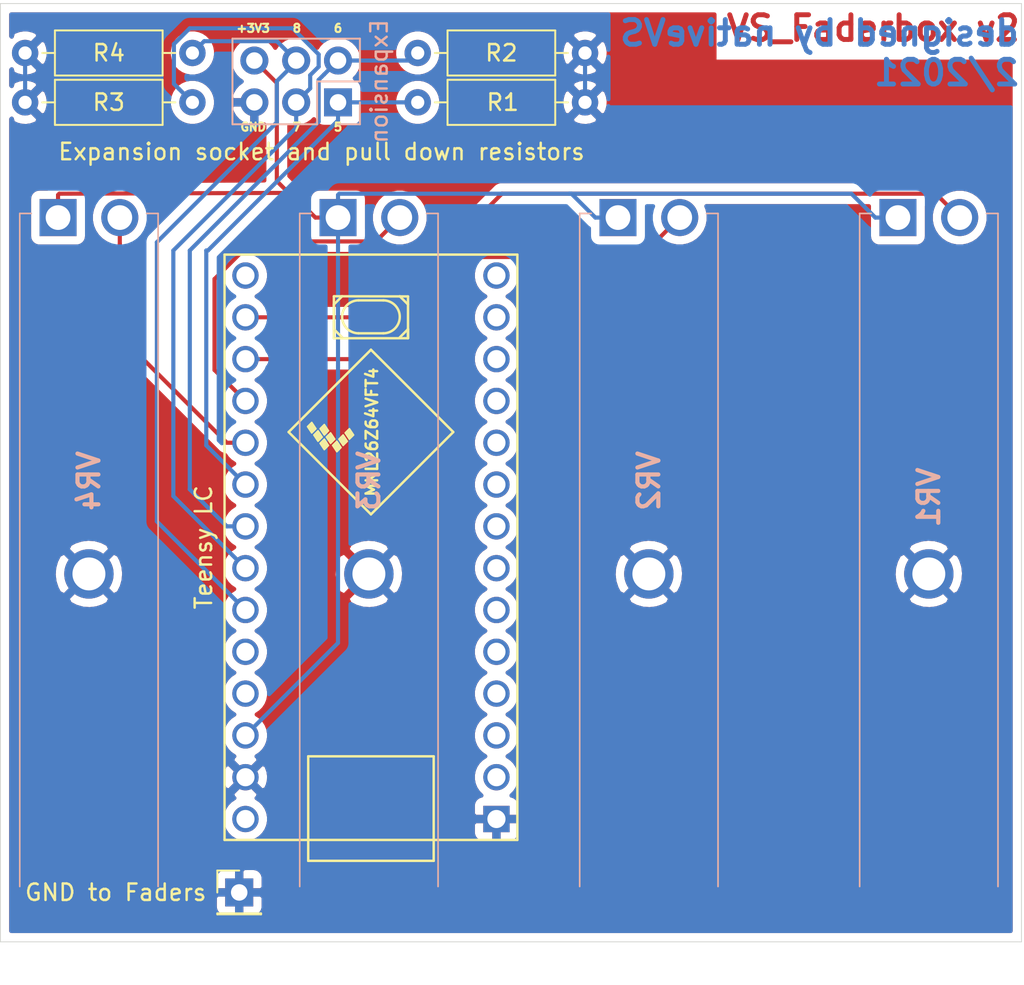
<source format=kicad_pcb>
(kicad_pcb (version 20171130) (host pcbnew "(5.1.5)-3")

  (general
    (thickness 1.6)
    (drawings 13)
    (tracks 81)
    (zones 0)
    (modules 11)
    (nets 28)
  )

  (page A4)
  (layers
    (0 F.Cu signal)
    (31 B.Cu signal)
    (32 B.Adhes user)
    (33 F.Adhes user)
    (34 B.Paste user)
    (35 F.Paste user)
    (36 B.SilkS user)
    (37 F.SilkS user)
    (38 B.Mask user)
    (39 F.Mask user)
    (40 Dwgs.User user)
    (41 Cmts.User user)
    (42 Eco1.User user)
    (43 Eco2.User user)
    (44 Edge.Cuts user)
    (45 Margin user)
    (46 B.CrtYd user)
    (47 F.CrtYd user)
    (48 B.Fab user)
    (49 F.Fab user)
  )

  (setup
    (last_trace_width 0.25)
    (trace_clearance 0.2)
    (zone_clearance 0.508)
    (zone_45_only no)
    (trace_min 0.2)
    (via_size 0.8)
    (via_drill 0.4)
    (via_min_size 0.4)
    (via_min_drill 0.3)
    (uvia_size 0.3)
    (uvia_drill 0.1)
    (uvias_allowed no)
    (uvia_min_size 0.2)
    (uvia_min_drill 0.1)
    (edge_width 0.05)
    (segment_width 0.2)
    (pcb_text_width 0.3)
    (pcb_text_size 1.5 1.5)
    (mod_edge_width 0.12)
    (mod_text_size 1 1)
    (mod_text_width 0.15)
    (pad_size 1.524 1.524)
    (pad_drill 0.762)
    (pad_to_mask_clearance 0.051)
    (solder_mask_min_width 0.25)
    (aux_axis_origin 0 0)
    (visible_elements 7FFFFFFF)
    (pcbplotparams
      (layerselection 0x010f0_ffffffff)
      (usegerberextensions true)
      (usegerberattributes false)
      (usegerberadvancedattributes false)
      (creategerberjobfile false)
      (excludeedgelayer true)
      (linewidth 0.100000)
      (plotframeref false)
      (viasonmask false)
      (mode 1)
      (useauxorigin false)
      (hpglpennumber 1)
      (hpglpenspeed 20)
      (hpglpendiameter 15.000000)
      (psnegative false)
      (psa4output false)
      (plotreference true)
      (plotvalue true)
      (plotinvisibletext false)
      (padsonsilk false)
      (subtractmaskfromsilk false)
      (outputformat 1)
      (mirror false)
      (drillshape 0)
      (scaleselection 1)
      (outputdirectory "gerberexports/"))
  )

  (net 0 "")
  (net 1 "Net-(J2-Pad1)")
  (net 2 "Net-(J2-Pad2)")
  (net 3 "Net-(J2-Pad3)")
  (net 4 "Net-(J2-Pad4)")
  (net 5 "Net-(J2-Pad6)")
  (net 6 "Net-(U1-Pad20)")
  (net 7 "Net-(U1-Pad14)")
  (net 8 "Net-(U1-Pad21)")
  (net 9 "Net-(U1-Pad22)")
  (net 10 "Net-(U1-Pad23)")
  (net 11 "Net-(U1-Pad24)")
  (net 12 "Net-(U1-Pad29)")
  (net 13 "Net-(U1-Pad30)")
  (net 14 "Net-(U1-Pad33)")
  (net 15 "Net-(U1-Pad13)")
  (net 16 "Net-(U1-Pad12)")
  (net 17 "Net-(U1-Pad11)")
  (net 18 "Net-(U1-Pad10)")
  (net 19 "Net-(U1-Pad9)")
  (net 20 "Net-(U1-Pad8)")
  (net 21 "Net-(U1-Pad7)")
  (net 22 "Net-(U1-Pad6)")
  (net 23 "Net-(U1-Pad5)")
  (net 24 "Net-(U1-Pad4)")
  (net 25 "Net-(U1-Pad3)")
  (net 26 "Net-(U1-Pad2)")
  (net 27 GND)

  (net_class Default "This is the default net class."
    (clearance 0.2)
    (trace_width 0.25)
    (via_dia 0.8)
    (via_drill 0.4)
    (uvia_dia 0.3)
    (uvia_drill 0.1)
    (add_net GND)
    (add_net "Net-(J2-Pad1)")
    (add_net "Net-(J2-Pad2)")
    (add_net "Net-(J2-Pad3)")
    (add_net "Net-(J2-Pad4)")
    (add_net "Net-(J2-Pad6)")
    (add_net "Net-(U1-Pad10)")
    (add_net "Net-(U1-Pad11)")
    (add_net "Net-(U1-Pad12)")
    (add_net "Net-(U1-Pad13)")
    (add_net "Net-(U1-Pad14)")
    (add_net "Net-(U1-Pad2)")
    (add_net "Net-(U1-Pad20)")
    (add_net "Net-(U1-Pad21)")
    (add_net "Net-(U1-Pad22)")
    (add_net "Net-(U1-Pad23)")
    (add_net "Net-(U1-Pad24)")
    (add_net "Net-(U1-Pad29)")
    (add_net "Net-(U1-Pad3)")
    (add_net "Net-(U1-Pad30)")
    (add_net "Net-(U1-Pad33)")
    (add_net "Net-(U1-Pad4)")
    (add_net "Net-(U1-Pad5)")
    (add_net "Net-(U1-Pad6)")
    (add_net "Net-(U1-Pad7)")
    (add_net "Net-(U1-Pad8)")
    (add_net "Net-(U1-Pad9)")
  )

  (module Resistor_THT:R_Axial_DIN0207_L6.3mm_D2.5mm_P10.16mm_Horizontal (layer F.Cu) (tedit 5AE5139B) (tstamp 601F7419)
    (at 56 29)
    (descr "Resistor, Axial_DIN0207 series, Axial, Horizontal, pin pitch=10.16mm, 0.25W = 1/4W, length*diameter=6.3*2.5mm^2, http://cdn-reichelt.de/documents/datenblatt/B400/1_4W%23YAG.pdf")
    (tags "Resistor Axial_DIN0207 series Axial Horizontal pin pitch 10.16mm 0.25W = 1/4W length 6.3mm diameter 2.5mm")
    (path /601F696D)
    (fp_text reference R4 (at 5.08 0) (layer F.SilkS)
      (effects (font (size 1 1) (thickness 0.15)))
    )
    (fp_text value 1M (at 5.08 2.37) (layer F.Fab)
      (effects (font (size 1 1) (thickness 0.15)))
    )
    (fp_line (start 1.93 -1.25) (end 1.93 1.25) (layer F.Fab) (width 0.1))
    (fp_line (start 1.93 1.25) (end 8.23 1.25) (layer F.Fab) (width 0.1))
    (fp_line (start 8.23 1.25) (end 8.23 -1.25) (layer F.Fab) (width 0.1))
    (fp_line (start 8.23 -1.25) (end 1.93 -1.25) (layer F.Fab) (width 0.1))
    (fp_line (start 0 0) (end 1.93 0) (layer F.Fab) (width 0.1))
    (fp_line (start 10.16 0) (end 8.23 0) (layer F.Fab) (width 0.1))
    (fp_line (start 1.81 -1.37) (end 1.81 1.37) (layer F.SilkS) (width 0.12))
    (fp_line (start 1.81 1.37) (end 8.35 1.37) (layer F.SilkS) (width 0.12))
    (fp_line (start 8.35 1.37) (end 8.35 -1.37) (layer F.SilkS) (width 0.12))
    (fp_line (start 8.35 -1.37) (end 1.81 -1.37) (layer F.SilkS) (width 0.12))
    (fp_line (start 1.04 0) (end 1.81 0) (layer F.SilkS) (width 0.12))
    (fp_line (start 9.12 0) (end 8.35 0) (layer F.SilkS) (width 0.12))
    (fp_line (start -1.05 -1.5) (end -1.05 1.5) (layer F.CrtYd) (width 0.05))
    (fp_line (start -1.05 1.5) (end 11.21 1.5) (layer F.CrtYd) (width 0.05))
    (fp_line (start 11.21 1.5) (end 11.21 -1.5) (layer F.CrtYd) (width 0.05))
    (fp_line (start 11.21 -1.5) (end -1.05 -1.5) (layer F.CrtYd) (width 0.05))
    (fp_text user %R (at 5.08 0) (layer F.Fab)
      (effects (font (size 1 1) (thickness 0.15)))
    )
    (pad 1 thru_hole circle (at 0 0) (size 1.6 1.6) (drill 0.8) (layers *.Cu *.Mask)
      (net 27 GND))
    (pad 2 thru_hole oval (at 10.16 0) (size 1.6 1.6) (drill 0.8) (layers *.Cu *.Mask)
      (net 4 "Net-(J2-Pad4)"))
    (model ${KISYS3DMOD}/Resistor_THT.3dshapes/R_Axial_DIN0207_L6.3mm_D2.5mm_P10.16mm_Horizontal.wrl
      (at (xyz 0 0 0))
      (scale (xyz 1 1 1))
      (rotate (xyz 0 0 0))
    )
  )

  (module Imports:RSA0N11S9A0K-half (layer B.Cu) (tedit 60219F6D) (tstamp 601F74C9)
    (at 58 39 270)
    (descr RSA0N11S9A0K-1)
    (tags "Variable Resistor")
    (path /60224513)
    (fp_text reference VR4 (at 16 -1.875 90) (layer B.SilkS)
      (effects (font (size 1.27 1.27) (thickness 0.254)) (justify mirror))
    )
    (fp_text value 10k (at 11.5 -1.875 90) (layer B.SilkS) hide
      (effects (font (size 1.27 1.27) (thickness 0.254)) (justify mirror))
    )
    (fp_line (start -0.25 2.325) (end -0.25 1.625) (layer B.SilkS) (width 0.1))
    (fp_line (start 40.64 2.325) (end -0.25 2.325) (layer B.SilkS) (width 0.1))
    (fp_line (start -0.25 -6.075) (end 40.64 -6.075) (layer B.SilkS) (width 0.1))
    (fp_line (start -0.25 -5.375) (end -0.25 -6.075) (layer B.SilkS) (width 0.1))
    (fp_line (start -2.125 -7.075) (end -2.125 3.325) (layer B.CrtYd) (width 0.1))
    (fp_line (start 40.64 -7.075) (end -2.125 -7.075) (layer B.CrtYd) (width 0.1))
    (fp_line (start -2.125 3.325) (end 40.64 3.325) (layer B.CrtYd) (width 0.1))
    (fp_line (start -0.25 -6.075) (end -0.25 2.325) (layer B.Fab) (width 0.2))
    (fp_line (start 40.64 -6.075) (end -0.25 -6.075) (layer B.Fab) (width 0.2))
    (fp_line (start -0.25 2.325) (end 40.64 2.325) (layer B.Fab) (width 0.2))
    (fp_text user %R (at 16 -2 90) (layer B.Fab)
      (effects (font (size 1.27 1.27) (thickness 0.254)) (justify mirror))
    )
    (pad MH2 thru_hole circle (at 21.65 -1.875 270) (size 3 3) (drill 2) (layers *.Cu *.Mask)
      (net 27 GND))
    (pad 2 thru_hole circle (at 0 -3.75 270) (size 2.25 2.25) (drill 1.5) (layers *.Cu *.Mask)
      (net 11 "Net-(U1-Pad24)"))
    (pad 1 thru_hole rect (at 0 0 270) (size 2.25 2.25) (drill 1.5) (layers *.Cu *.Mask)
      (net 5 "Net-(J2-Pad6)"))
    (model C:\Users\Robert\Downloads\kicad\convert-libs\SamacSys_Parts.3dshapes\RSA0N11S9A0K.stp
      (at (xyz 0 0 0))
      (scale (xyz 1 1 1))
      (rotate (xyz 0 0 0))
    )
  )

  (module Imports:RSA0N11S9A0K-half (layer B.Cu) (tedit 60219F6D) (tstamp 601F7481)
    (at 109 39 270)
    (descr RSA0N11S9A0K-1)
    (tags "Variable Resistor")
    (path /6021A77E)
    (fp_text reference VR1 (at 17 -1.875 90) (layer B.SilkS)
      (effects (font (size 1.27 1.27) (thickness 0.254)) (justify mirror))
    )
    (fp_text value 10k (at 12.5 -1.875 90) (layer B.SilkS) hide
      (effects (font (size 1.27 1.27) (thickness 0.254)) (justify mirror))
    )
    (fp_line (start -0.25 2.325) (end -0.25 1.625) (layer B.SilkS) (width 0.1))
    (fp_line (start 40.64 2.325) (end -0.25 2.325) (layer B.SilkS) (width 0.1))
    (fp_line (start -0.25 -6.075) (end 40.64 -6.075) (layer B.SilkS) (width 0.1))
    (fp_line (start -0.25 -5.375) (end -0.25 -6.075) (layer B.SilkS) (width 0.1))
    (fp_line (start -2.125 -7.075) (end -2.125 3.325) (layer B.CrtYd) (width 0.1))
    (fp_line (start 40.64 -7.075) (end -2.125 -7.075) (layer B.CrtYd) (width 0.1))
    (fp_line (start -2.125 3.325) (end 40.64 3.325) (layer B.CrtYd) (width 0.1))
    (fp_line (start -0.25 -6.075) (end -0.25 2.325) (layer B.Fab) (width 0.2))
    (fp_line (start 40.64 -6.075) (end -0.25 -6.075) (layer B.Fab) (width 0.2))
    (fp_line (start -0.25 2.325) (end 40.64 2.325) (layer B.Fab) (width 0.2))
    (fp_text user %R (at 17 -1.875 90) (layer B.Fab)
      (effects (font (size 1.27 1.27) (thickness 0.254)) (justify mirror))
    )
    (pad MH2 thru_hole circle (at 21.65 -1.875 270) (size 3 3) (drill 2) (layers *.Cu *.Mask)
      (net 27 GND))
    (pad 2 thru_hole circle (at 0 -3.75 270) (size 2.25 2.25) (drill 1.5) (layers *.Cu *.Mask)
      (net 8 "Net-(U1-Pad21)"))
    (pad 1 thru_hole rect (at 0 0 270) (size 2.25 2.25) (drill 1.5) (layers *.Cu *.Mask)
      (net 5 "Net-(J2-Pad6)"))
    (model C:\Users\Robert\Downloads\kicad\convert-libs\SamacSys_Parts.3dshapes\RSA0N11S9A0K.stp
      (at (xyz 0 0 0))
      (scale (xyz 1 1 1))
      (rotate (xyz 0 0 0))
    )
  )

  (module Imports:RSA0N11S9A0K-half (layer B.Cu) (tedit 60219F6D) (tstamp 601F7499)
    (at 92 39 270)
    (descr RSA0N11S9A0K-1)
    (tags "Variable Resistor")
    (path /602218B6)
    (fp_text reference VR2 (at 16 -1.875 90) (layer B.SilkS)
      (effects (font (size 1.27 1.27) (thickness 0.254)) (justify mirror))
    )
    (fp_text value 10k (at 12 -1.875 90) (layer B.SilkS) hide
      (effects (font (size 1.27 1.27) (thickness 0.254)) (justify mirror))
    )
    (fp_line (start -0.25 2.325) (end -0.25 1.625) (layer B.SilkS) (width 0.1))
    (fp_line (start 40.64 2.325) (end -0.25 2.325) (layer B.SilkS) (width 0.1))
    (fp_line (start -0.25 -6.075) (end 40.64 -6.075) (layer B.SilkS) (width 0.1))
    (fp_line (start -0.25 -5.375) (end -0.25 -6.075) (layer B.SilkS) (width 0.1))
    (fp_line (start -2.125 -7.075) (end -2.125 3.325) (layer B.CrtYd) (width 0.1))
    (fp_line (start 40.64 -7.075) (end -2.125 -7.075) (layer B.CrtYd) (width 0.1))
    (fp_line (start -2.125 3.325) (end 40.64 3.325) (layer B.CrtYd) (width 0.1))
    (fp_line (start -0.25 -6.075) (end -0.25 2.325) (layer B.Fab) (width 0.2))
    (fp_line (start 40.64 -6.075) (end -0.25 -6.075) (layer B.Fab) (width 0.2))
    (fp_line (start -0.25 2.325) (end 40.64 2.325) (layer B.Fab) (width 0.2))
    (fp_text user %R (at 16 -1.875 90) (layer B.Fab)
      (effects (font (size 1.27 1.27) (thickness 0.254)) (justify mirror))
    )
    (pad MH2 thru_hole circle (at 21.65 -1.875 270) (size 3 3) (drill 2) (layers *.Cu *.Mask)
      (net 27 GND))
    (pad 2 thru_hole circle (at 0 -3.75 270) (size 2.25 2.25) (drill 1.5) (layers *.Cu *.Mask)
      (net 9 "Net-(U1-Pad22)"))
    (pad 1 thru_hole rect (at 0 0 270) (size 2.25 2.25) (drill 1.5) (layers *.Cu *.Mask)
      (net 5 "Net-(J2-Pad6)"))
    (model C:\Users\Robert\Downloads\kicad\convert-libs\SamacSys_Parts.3dshapes\RSA0N11S9A0K.stp
      (at (xyz 0 0 0))
      (scale (xyz 1 1 1))
      (rotate (xyz 0 0 0))
    )
  )

  (module Imports:RSA0N11S9A0K-half (layer B.Cu) (tedit 60219F6D) (tstamp 601F74B1)
    (at 75 39 270)
    (descr RSA0N11S9A0K-1)
    (tags "Variable Resistor")
    (path /60222FF8)
    (fp_text reference VR3 (at 16 -1.875 90) (layer B.SilkS)
      (effects (font (size 1.27 1.27) (thickness 0.254)) (justify mirror))
    )
    (fp_text value 10k (at 12 -1.875 90) (layer B.SilkS) hide
      (effects (font (size 1.27 1.27) (thickness 0.254)) (justify mirror))
    )
    (fp_line (start -0.25 2.325) (end -0.25 1.625) (layer B.SilkS) (width 0.1))
    (fp_line (start 40.64 2.325) (end -0.25 2.325) (layer B.SilkS) (width 0.1))
    (fp_line (start -0.25 -6.075) (end 40.64 -6.075) (layer B.SilkS) (width 0.1))
    (fp_line (start -0.25 -5.375) (end -0.25 -6.075) (layer B.SilkS) (width 0.1))
    (fp_line (start -2.125 -7.075) (end -2.125 3.325) (layer B.CrtYd) (width 0.1))
    (fp_line (start 40.64 -7.075) (end -2.125 -7.075) (layer B.CrtYd) (width 0.1))
    (fp_line (start -2.125 3.325) (end 40.64 3.325) (layer B.CrtYd) (width 0.1))
    (fp_line (start -0.25 -6.075) (end -0.25 2.325) (layer B.Fab) (width 0.2))
    (fp_line (start 40.64 -6.075) (end -0.25 -6.075) (layer B.Fab) (width 0.2))
    (fp_line (start -0.25 2.325) (end 40.64 2.325) (layer B.Fab) (width 0.2))
    (fp_text user %R (at 16 -1.875 90) (layer B.Fab)
      (effects (font (size 1.27 1.27) (thickness 0.254)) (justify mirror))
    )
    (pad MH2 thru_hole circle (at 21.65 -1.875 270) (size 3 3) (drill 2) (layers *.Cu *.Mask)
      (net 27 GND))
    (pad 2 thru_hole circle (at 0 -3.75 270) (size 2.25 2.25) (drill 1.5) (layers *.Cu *.Mask)
      (net 10 "Net-(U1-Pad23)"))
    (pad 1 thru_hole rect (at 0 0 270) (size 2.25 2.25) (drill 1.5) (layers *.Cu *.Mask)
      (net 5 "Net-(J2-Pad6)"))
    (model C:\Users\Robert\Downloads\kicad\convert-libs\SamacSys_Parts.3dshapes\RSA0N11S9A0K.stp
      (at (xyz 0 0 0))
      (scale (xyz 1 1 1))
      (rotate (xyz 0 0 0))
    )
  )

  (module teensy:Teensy_LC-reduced (layer F.Cu) (tedit 601ED382) (tstamp 601F7469)
    (at 77 59.03 90)
    (path /601ED08E)
    (fp_text reference "Teensy LC" (at 0 -10.16 90) (layer F.SilkS)
      (effects (font (size 1 1) (thickness 0.15)))
    )
    (fp_text value Teensy-LC (at 0 10.16 90) (layer F.Fab)
      (effects (font (size 1 1) (thickness 0.15)))
    )
    (fp_arc (start 14 0.75) (end 13 0.75) (angle -180) (layer F.SilkS) (width 0.15))
    (fp_arc (start 14 -0.75) (end 15 -0.75) (angle -180) (layer F.SilkS) (width 0.15))
    (fp_text user MKL26Z64VFT4 (at 7 0.06 90) (layer F.SilkS)
      (effects (font (size 0.7 0.7) (thickness 0.15)))
    )
    (fp_poly (pts (xy 7.076 -2.579) (xy 6.822 -2.833) (xy 7.203 -3.087) (xy 7.457 -2.833)) (layer F.SilkS) (width 0.1))
    (fp_poly (pts (xy 6.06 -1.817) (xy 5.806 -2.071) (xy 6.187 -2.325) (xy 6.441 -2.071)) (layer F.SilkS) (width 0.1))
    (fp_poly (pts (xy 6.822 -1.055) (xy 6.568 -1.309) (xy 6.949 -1.563) (xy 7.203 -1.309)) (layer F.SilkS) (width 0.1))
    (fp_poly (pts (xy 6.695 -2.96) (xy 6.441 -3.214) (xy 6.822 -3.468) (xy 7.076 -3.214)) (layer F.SilkS) (width 0.1))
    (fp_poly (pts (xy 6.441 -1.436) (xy 6.187 -1.69) (xy 6.568 -1.944) (xy 6.822 -1.69)) (layer F.SilkS) (width 0.1))
    (fp_poly (pts (xy 7.203 -3.341) (xy 6.949 -3.595) (xy 7.33 -3.849) (xy 7.584 -3.595)) (layer F.SilkS) (width 0.1))
    (fp_poly (pts (xy 6.568 -2.198) (xy 6.314 -2.452) (xy 6.695 -2.706) (xy 6.949 -2.452)) (layer F.SilkS) (width 0.1))
    (fp_poly (pts (xy 6.187 -2.579) (xy 5.933 -2.833) (xy 6.314 -3.087) (xy 6.568 -2.833)) (layer F.SilkS) (width 0.1))
    (fp_line (start -17.78 8.89) (end -17.78 -8.89) (layer F.SilkS) (width 0.15))
    (fp_line (start 17.78 8.89) (end -17.78 8.89) (layer F.SilkS) (width 0.15))
    (fp_line (start 17.78 -8.89) (end 17.78 8.89) (layer F.SilkS) (width 0.15))
    (fp_line (start -17.78 -8.89) (end 17.78 -8.89) (layer F.SilkS) (width 0.15))
    (fp_line (start 12.7 -2.25) (end 15.24 -2.25) (layer F.SilkS) (width 0.15))
    (fp_line (start 12.7 2.25) (end 12.7 -2.25) (layer F.SilkS) (width 0.15))
    (fp_line (start 15.24 2.25) (end 12.7 2.25) (layer F.SilkS) (width 0.15))
    (fp_line (start 15.25 -2.25) (end 15.24 2.25) (layer F.SilkS) (width 0.15))
    (fp_line (start -12.7 3.81) (end -17.78 3.81) (layer F.SilkS) (width 0.15))
    (fp_line (start -12.7 -3.81) (end -17.78 -3.81) (layer F.SilkS) (width 0.15))
    (fp_line (start -12.7 3.81) (end -12.7 -3.81) (layer F.SilkS) (width 0.15))
    (fp_line (start -19.05 -3.81) (end -17.78 -3.81) (layer F.SilkS) (width 0.15))
    (fp_line (start -19.05 3.81) (end -19.05 -3.81) (layer F.SilkS) (width 0.15))
    (fp_line (start -17.78 3.81) (end -19.05 3.81) (layer F.SilkS) (width 0.15))
    (fp_line (start 12 0) (end 7 -5) (layer F.SilkS) (width 0.15))
    (fp_line (start 7 -5) (end 2 0) (layer F.SilkS) (width 0.15))
    (fp_line (start 2 0) (end 7 5) (layer F.SilkS) (width 0.15))
    (fp_line (start 7 5) (end 12 0) (layer F.SilkS) (width 0.15))
    (fp_line (start 13 -0.75) (end 13 0.75) (layer F.SilkS) (width 0.15))
    (fp_line (start 15 0.75) (end 15 -0.75) (layer F.SilkS) (width 0.15))
    (fp_line (start 15.25 -1.75) (end 14.75 -2.25) (layer F.SilkS) (width 0.15))
    (fp_line (start 14.75 -2.25) (end 13.25 -2.25) (layer F.SilkS) (width 0.15))
    (fp_line (start 12.75 -1.75) (end 13.25 -2.25) (layer F.SilkS) (width 0.15))
    (fp_line (start 15.25 1.75) (end 14.75 2.25) (layer F.SilkS) (width 0.15))
    (fp_line (start 12.7 2.25) (end 13.25 2.25) (layer F.SilkS) (width 0.15))
    (fp_line (start 13.25 2.25) (end 12.75 1.75) (layer F.SilkS) (width 0.15))
    (pad 1 thru_hole rect (at -16.51 7.62 90) (size 1.6 1.6) (drill 1.1) (layers *.Cu *.Mask)
      (net 27 GND))
    (pad 2 thru_hole circle (at -13.97 7.62 90) (size 1.6 1.6) (drill 1.1) (layers *.Cu *.Mask)
      (net 26 "Net-(U1-Pad2)"))
    (pad 3 thru_hole circle (at -11.43 7.62 90) (size 1.6 1.6) (drill 1.1) (layers *.Cu *.Mask)
      (net 25 "Net-(U1-Pad3)"))
    (pad 4 thru_hole circle (at -8.89 7.62 90) (size 1.6 1.6) (drill 1.1) (layers *.Cu *.Mask)
      (net 24 "Net-(U1-Pad4)"))
    (pad 5 thru_hole circle (at -6.35 7.62 90) (size 1.6 1.6) (drill 1.1) (layers *.Cu *.Mask)
      (net 23 "Net-(U1-Pad5)"))
    (pad 6 thru_hole circle (at -3.81 7.62 90) (size 1.6 1.6) (drill 1.1) (layers *.Cu *.Mask)
      (net 22 "Net-(U1-Pad6)"))
    (pad 7 thru_hole circle (at -1.27 7.62 90) (size 1.6 1.6) (drill 1.1) (layers *.Cu *.Mask)
      (net 21 "Net-(U1-Pad7)"))
    (pad 8 thru_hole circle (at 1.27 7.62 90) (size 1.6 1.6) (drill 1.1) (layers *.Cu *.Mask)
      (net 20 "Net-(U1-Pad8)"))
    (pad 9 thru_hole circle (at 3.81 7.62 90) (size 1.6 1.6) (drill 1.1) (layers *.Cu *.Mask)
      (net 19 "Net-(U1-Pad9)"))
    (pad 10 thru_hole circle (at 6.35 7.62 90) (size 1.6 1.6) (drill 1.1) (layers *.Cu *.Mask)
      (net 18 "Net-(U1-Pad10)"))
    (pad 11 thru_hole circle (at 8.89 7.62 90) (size 1.6 1.6) (drill 1.1) (layers *.Cu *.Mask)
      (net 17 "Net-(U1-Pad11)"))
    (pad 12 thru_hole circle (at 11.43 7.62 90) (size 1.6 1.6) (drill 1.1) (layers *.Cu *.Mask)
      (net 16 "Net-(U1-Pad12)"))
    (pad 13 thru_hole circle (at 13.97 7.62 90) (size 1.6 1.6) (drill 1.1) (layers *.Cu *.Mask)
      (net 15 "Net-(U1-Pad13)"))
    (pad 33 thru_hole circle (at -16.51 -7.62 90) (size 1.6 1.6) (drill 1.1) (layers *.Cu *.Mask)
      (net 14 "Net-(U1-Pad33)"))
    (pad 32 thru_hole circle (at -13.97 -7.62 90) (size 1.6 1.6) (drill 1.1) (layers *.Cu *.Mask)
      (net 27 GND))
    (pad 31 thru_hole circle (at -11.43 -7.62 90) (size 1.6 1.6) (drill 1.1) (layers *.Cu *.Mask)
      (net 5 "Net-(J2-Pad6)"))
    (pad 30 thru_hole circle (at -8.89 -7.62 90) (size 1.6 1.6) (drill 1.1) (layers *.Cu *.Mask)
      (net 13 "Net-(U1-Pad30)"))
    (pad 29 thru_hole circle (at -6.35 -7.62 90) (size 1.6 1.6) (drill 1.1) (layers *.Cu *.Mask)
      (net 12 "Net-(U1-Pad29)"))
    (pad 28 thru_hole circle (at -3.81 -7.62 90) (size 1.6 1.6) (drill 1.1) (layers *.Cu *.Mask)
      (net 4 "Net-(J2-Pad4)"))
    (pad 27 thru_hole circle (at -1.27 -7.62 90) (size 1.6 1.6) (drill 1.1) (layers *.Cu *.Mask)
      (net 3 "Net-(J2-Pad3)"))
    (pad 26 thru_hole circle (at 1.27 -7.62 90) (size 1.6 1.6) (drill 1.1) (layers *.Cu *.Mask)
      (net 2 "Net-(J2-Pad2)"))
    (pad 25 thru_hole circle (at 3.81 -7.62 90) (size 1.6 1.6) (drill 1.1) (layers *.Cu *.Mask)
      (net 1 "Net-(J2-Pad1)"))
    (pad 24 thru_hole circle (at 6.35 -7.62 90) (size 1.6 1.6) (drill 1.1) (layers *.Cu *.Mask)
      (net 11 "Net-(U1-Pad24)"))
    (pad 23 thru_hole circle (at 8.89 -7.62 90) (size 1.6 1.6) (drill 1.1) (layers *.Cu *.Mask)
      (net 10 "Net-(U1-Pad23)"))
    (pad 22 thru_hole circle (at 11.43 -7.62 90) (size 1.6 1.6) (drill 1.1) (layers *.Cu *.Mask)
      (net 9 "Net-(U1-Pad22)"))
    (pad 21 thru_hole circle (at 13.97 -7.62 90) (size 1.6 1.6) (drill 1.1) (layers *.Cu *.Mask)
      (net 8 "Net-(U1-Pad21)"))
    (pad 14 thru_hole circle (at 16.51 7.62 90) (size 1.6 1.6) (drill 1.1) (layers *.Cu *.Mask)
      (net 7 "Net-(U1-Pad14)"))
    (pad 20 thru_hole circle (at 16.51 -7.62 90) (size 1.6 1.6) (drill 1.1) (layers *.Cu *.Mask)
      (net 6 "Net-(U1-Pad20)"))
  )

  (module Connector_PinHeader_2.54mm:PinHeader_1x01_P2.54mm_Vertical (layer F.Cu) (tedit 59FED5CC) (tstamp 601F73A1)
    (at 69 80)
    (descr "Through hole straight pin header, 1x01, 2.54mm pitch, single row")
    (tags "Through hole pin header THT 1x01 2.54mm single row")
    (path /601EF9E5)
    (fp_text reference "GND to Faders" (at -7.5 0) (layer F.SilkS)
      (effects (font (size 1 1) (thickness 0.15)))
    )
    (fp_text value "GND to Faders" (at 0 2.33) (layer F.Fab)
      (effects (font (size 1 1) (thickness 0.15)))
    )
    (fp_text user %R (at 0 0 90) (layer F.Fab)
      (effects (font (size 1 1) (thickness 0.15)))
    )
    (fp_line (start 1.8 -1.8) (end -1.8 -1.8) (layer F.CrtYd) (width 0.05))
    (fp_line (start 1.8 1.8) (end 1.8 -1.8) (layer F.CrtYd) (width 0.05))
    (fp_line (start -1.8 1.8) (end 1.8 1.8) (layer F.CrtYd) (width 0.05))
    (fp_line (start -1.8 -1.8) (end -1.8 1.8) (layer F.CrtYd) (width 0.05))
    (fp_line (start -1.33 -1.33) (end 0 -1.33) (layer F.SilkS) (width 0.12))
    (fp_line (start -1.33 0) (end -1.33 -1.33) (layer F.SilkS) (width 0.12))
    (fp_line (start -1.33 1.27) (end 1.33 1.27) (layer F.SilkS) (width 0.12))
    (fp_line (start 1.33 1.27) (end 1.33 1.33) (layer F.SilkS) (width 0.12))
    (fp_line (start -1.33 1.27) (end -1.33 1.33) (layer F.SilkS) (width 0.12))
    (fp_line (start -1.33 1.33) (end 1.33 1.33) (layer F.SilkS) (width 0.12))
    (fp_line (start -1.27 -0.635) (end -0.635 -1.27) (layer F.Fab) (width 0.1))
    (fp_line (start -1.27 1.27) (end -1.27 -0.635) (layer F.Fab) (width 0.1))
    (fp_line (start 1.27 1.27) (end -1.27 1.27) (layer F.Fab) (width 0.1))
    (fp_line (start 1.27 -1.27) (end 1.27 1.27) (layer F.Fab) (width 0.1))
    (fp_line (start -0.635 -1.27) (end 1.27 -1.27) (layer F.Fab) (width 0.1))
    (pad 1 thru_hole rect (at 0 0) (size 1.7 1.7) (drill 1) (layers *.Cu *.Mask)
      (net 27 GND))
    (model ${KISYS3DMOD}/Connector_PinHeader_2.54mm.3dshapes/PinHeader_1x01_P2.54mm_Vertical.wrl
      (at (xyz 0 0 0))
      (scale (xyz 1 1 1))
      (rotate (xyz 0 0 0))
    )
  )

  (module Connector_PinHeader_2.54mm:PinHeader_2x03_P2.54mm_Vertical (layer B.Cu) (tedit 59FED5CC) (tstamp 602193FA)
    (at 75 32 90)
    (descr "Through hole straight pin header, 2x03, 2.54mm pitch, double rows")
    (tags "Through hole pin header THT 2x03 2.54mm double row")
    (path /601EE4FD)
    (fp_text reference Expansion (at 1.27 2.5 -90) (layer B.SilkS)
      (effects (font (size 1 1) (thickness 0.15)) (justify mirror))
    )
    (fp_text value exp (at 1.27 -7 -90) (layer B.Fab)
      (effects (font (size 1 1) (thickness 0.15)) (justify mirror))
    )
    (fp_line (start 0 1.27) (end 3.81 1.27) (layer B.Fab) (width 0.1))
    (fp_line (start 3.81 1.27) (end 3.81 -6.35) (layer B.Fab) (width 0.1))
    (fp_line (start 3.81 -6.35) (end -1.27 -6.35) (layer B.Fab) (width 0.1))
    (fp_line (start -1.27 -6.35) (end -1.27 0) (layer B.Fab) (width 0.1))
    (fp_line (start -1.27 0) (end 0 1.27) (layer B.Fab) (width 0.1))
    (fp_line (start -1.33 -6.41) (end 3.87 -6.41) (layer B.SilkS) (width 0.12))
    (fp_line (start -1.33 -1.27) (end -1.33 -6.41) (layer B.SilkS) (width 0.12))
    (fp_line (start 3.87 1.33) (end 3.87 -6.41) (layer B.SilkS) (width 0.12))
    (fp_line (start -1.33 -1.27) (end 1.27 -1.27) (layer B.SilkS) (width 0.12))
    (fp_line (start 1.27 -1.27) (end 1.27 1.33) (layer B.SilkS) (width 0.12))
    (fp_line (start 1.27 1.33) (end 3.87 1.33) (layer B.SilkS) (width 0.12))
    (fp_line (start -1.33 0) (end -1.33 1.33) (layer B.SilkS) (width 0.12))
    (fp_line (start -1.33 1.33) (end 0 1.33) (layer B.SilkS) (width 0.12))
    (fp_line (start -1.8 1.8) (end -1.8 -6.85) (layer B.CrtYd) (width 0.05))
    (fp_line (start -1.8 -6.85) (end 4.35 -6.85) (layer B.CrtYd) (width 0.05))
    (fp_line (start 4.35 -6.85) (end 4.35 1.8) (layer B.CrtYd) (width 0.05))
    (fp_line (start 4.35 1.8) (end -1.8 1.8) (layer B.CrtYd) (width 0.05))
    (fp_text user %R (at 1.27 -2.54) (layer B.Fab)
      (effects (font (size 1 1) (thickness 0.15)) (justify mirror))
    )
    (pad 1 thru_hole rect (at 0 0 90) (size 1.7 1.7) (drill 1) (layers *.Cu *.Mask)
      (net 1 "Net-(J2-Pad1)"))
    (pad 2 thru_hole oval (at 2.54 0 90) (size 1.7 1.7) (drill 1) (layers *.Cu *.Mask)
      (net 2 "Net-(J2-Pad2)"))
    (pad 3 thru_hole oval (at 0 -2.54 90) (size 1.7 1.7) (drill 1) (layers *.Cu *.Mask)
      (net 3 "Net-(J2-Pad3)"))
    (pad 4 thru_hole oval (at 2.54 -2.54 90) (size 1.7 1.7) (drill 1) (layers *.Cu *.Mask)
      (net 4 "Net-(J2-Pad4)"))
    (pad 5 thru_hole oval (at 0 -5.08 90) (size 1.7 1.7) (drill 1) (layers *.Cu *.Mask)
      (net 27 GND))
    (pad 6 thru_hole oval (at 2.54 -5.08 90) (size 1.7 1.7) (drill 1) (layers *.Cu *.Mask)
      (net 5 "Net-(J2-Pad6)"))
    (model ${KISYS3DMOD}/Connector_PinHeader_2.54mm.3dshapes/PinHeader_2x03_P2.54mm_Vertical.wrl
      (at (xyz 0 0 0))
      (scale (xyz 1 1 1))
      (rotate (xyz 0 0 0))
    )
  )

  (module Resistor_THT:R_Axial_DIN0207_L6.3mm_D2.5mm_P10.16mm_Horizontal (layer F.Cu) (tedit 5AE5139B) (tstamp 601F73D4)
    (at 90 32 180)
    (descr "Resistor, Axial_DIN0207 series, Axial, Horizontal, pin pitch=10.16mm, 0.25W = 1/4W, length*diameter=6.3*2.5mm^2, http://cdn-reichelt.de/documents/datenblatt/B400/1_4W%23YAG.pdf")
    (tags "Resistor Axial_DIN0207 series Axial Horizontal pin pitch 10.16mm 0.25W = 1/4W length 6.3mm diameter 2.5mm")
    (path /601EFDDF)
    (fp_text reference R1 (at 5 0) (layer F.SilkS)
      (effects (font (size 1 1) (thickness 0.15)))
    )
    (fp_text value 1M (at 5.08 2.37) (layer F.Fab)
      (effects (font (size 1 1) (thickness 0.15)))
    )
    (fp_text user %R (at 5.08 0) (layer F.Fab)
      (effects (font (size 1 1) (thickness 0.15)))
    )
    (fp_line (start 11.21 -1.5) (end -1.05 -1.5) (layer F.CrtYd) (width 0.05))
    (fp_line (start 11.21 1.5) (end 11.21 -1.5) (layer F.CrtYd) (width 0.05))
    (fp_line (start -1.05 1.5) (end 11.21 1.5) (layer F.CrtYd) (width 0.05))
    (fp_line (start -1.05 -1.5) (end -1.05 1.5) (layer F.CrtYd) (width 0.05))
    (fp_line (start 9.12 0) (end 8.35 0) (layer F.SilkS) (width 0.12))
    (fp_line (start 1.04 0) (end 1.81 0) (layer F.SilkS) (width 0.12))
    (fp_line (start 8.35 -1.37) (end 1.81 -1.37) (layer F.SilkS) (width 0.12))
    (fp_line (start 8.35 1.37) (end 8.35 -1.37) (layer F.SilkS) (width 0.12))
    (fp_line (start 1.81 1.37) (end 8.35 1.37) (layer F.SilkS) (width 0.12))
    (fp_line (start 1.81 -1.37) (end 1.81 1.37) (layer F.SilkS) (width 0.12))
    (fp_line (start 10.16 0) (end 8.23 0) (layer F.Fab) (width 0.1))
    (fp_line (start 0 0) (end 1.93 0) (layer F.Fab) (width 0.1))
    (fp_line (start 8.23 -1.25) (end 1.93 -1.25) (layer F.Fab) (width 0.1))
    (fp_line (start 8.23 1.25) (end 8.23 -1.25) (layer F.Fab) (width 0.1))
    (fp_line (start 1.93 1.25) (end 8.23 1.25) (layer F.Fab) (width 0.1))
    (fp_line (start 1.93 -1.25) (end 1.93 1.25) (layer F.Fab) (width 0.1))
    (pad 2 thru_hole oval (at 10.16 0 180) (size 1.6 1.6) (drill 0.8) (layers *.Cu *.Mask)
      (net 1 "Net-(J2-Pad1)"))
    (pad 1 thru_hole circle (at 0 0 180) (size 1.6 1.6) (drill 0.8) (layers *.Cu *.Mask)
      (net 27 GND))
    (model ${KISYS3DMOD}/Resistor_THT.3dshapes/R_Axial_DIN0207_L6.3mm_D2.5mm_P10.16mm_Horizontal.wrl
      (at (xyz 0 0 0))
      (scale (xyz 1 1 1))
      (rotate (xyz 0 0 0))
    )
  )

  (module Resistor_THT:R_Axial_DIN0207_L6.3mm_D2.5mm_P10.16mm_Horizontal (layer F.Cu) (tedit 5AE5139B) (tstamp 601F73EB)
    (at 90 29 180)
    (descr "Resistor, Axial_DIN0207 series, Axial, Horizontal, pin pitch=10.16mm, 0.25W = 1/4W, length*diameter=6.3*2.5mm^2, http://cdn-reichelt.de/documents/datenblatt/B400/1_4W%23YAG.pdf")
    (tags "Resistor Axial_DIN0207 series Axial Horizontal pin pitch 10.16mm 0.25W = 1/4W length 6.3mm diameter 2.5mm")
    (path /601F52F3)
    (fp_text reference R2 (at 5.08 0) (layer F.SilkS)
      (effects (font (size 1 1) (thickness 0.15)))
    )
    (fp_text value 1M (at 5.08 2.37) (layer F.Fab)
      (effects (font (size 1 1) (thickness 0.15)))
    )
    (fp_line (start 1.93 -1.25) (end 1.93 1.25) (layer F.Fab) (width 0.1))
    (fp_line (start 1.93 1.25) (end 8.23 1.25) (layer F.Fab) (width 0.1))
    (fp_line (start 8.23 1.25) (end 8.23 -1.25) (layer F.Fab) (width 0.1))
    (fp_line (start 8.23 -1.25) (end 1.93 -1.25) (layer F.Fab) (width 0.1))
    (fp_line (start 0 0) (end 1.93 0) (layer F.Fab) (width 0.1))
    (fp_line (start 10.16 0) (end 8.23 0) (layer F.Fab) (width 0.1))
    (fp_line (start 1.81 -1.37) (end 1.81 1.37) (layer F.SilkS) (width 0.12))
    (fp_line (start 1.81 1.37) (end 8.35 1.37) (layer F.SilkS) (width 0.12))
    (fp_line (start 8.35 1.37) (end 8.35 -1.37) (layer F.SilkS) (width 0.12))
    (fp_line (start 8.35 -1.37) (end 1.81 -1.37) (layer F.SilkS) (width 0.12))
    (fp_line (start 1.04 0) (end 1.81 0) (layer F.SilkS) (width 0.12))
    (fp_line (start 9.12 0) (end 8.35 0) (layer F.SilkS) (width 0.12))
    (fp_line (start -1.05 -1.5) (end -1.05 1.5) (layer F.CrtYd) (width 0.05))
    (fp_line (start -1.05 1.5) (end 11.21 1.5) (layer F.CrtYd) (width 0.05))
    (fp_line (start 11.21 1.5) (end 11.21 -1.5) (layer F.CrtYd) (width 0.05))
    (fp_line (start 11.21 -1.5) (end -1.05 -1.5) (layer F.CrtYd) (width 0.05))
    (fp_text user %R (at 5.08 0) (layer F.Fab)
      (effects (font (size 1 1) (thickness 0.15)))
    )
    (pad 1 thru_hole circle (at 0 0 180) (size 1.6 1.6) (drill 0.8) (layers *.Cu *.Mask)
      (net 27 GND))
    (pad 2 thru_hole oval (at 10.16 0 180) (size 1.6 1.6) (drill 0.8) (layers *.Cu *.Mask)
      (net 2 "Net-(J2-Pad2)"))
    (model ${KISYS3DMOD}/Resistor_THT.3dshapes/R_Axial_DIN0207_L6.3mm_D2.5mm_P10.16mm_Horizontal.wrl
      (at (xyz 0 0 0))
      (scale (xyz 1 1 1))
      (rotate (xyz 0 0 0))
    )
  )

  (module Resistor_THT:R_Axial_DIN0207_L6.3mm_D2.5mm_P10.16mm_Horizontal (layer F.Cu) (tedit 5AE5139B) (tstamp 601F7402)
    (at 56 32)
    (descr "Resistor, Axial_DIN0207 series, Axial, Horizontal, pin pitch=10.16mm, 0.25W = 1/4W, length*diameter=6.3*2.5mm^2, http://cdn-reichelt.de/documents/datenblatt/B400/1_4W%23YAG.pdf")
    (tags "Resistor Axial_DIN0207 series Axial Horizontal pin pitch 10.16mm 0.25W = 1/4W length 6.3mm diameter 2.5mm")
    (path /601F61D8)
    (fp_text reference R3 (at 5.08 0) (layer F.SilkS)
      (effects (font (size 1 1) (thickness 0.15)))
    )
    (fp_text value 1M (at 5.08 2.37) (layer F.Fab)
      (effects (font (size 1 1) (thickness 0.15)))
    )
    (fp_text user %R (at 5.08 0) (layer F.Fab)
      (effects (font (size 1 1) (thickness 0.15)))
    )
    (fp_line (start 11.21 -1.5) (end -1.05 -1.5) (layer F.CrtYd) (width 0.05))
    (fp_line (start 11.21 1.5) (end 11.21 -1.5) (layer F.CrtYd) (width 0.05))
    (fp_line (start -1.05 1.5) (end 11.21 1.5) (layer F.CrtYd) (width 0.05))
    (fp_line (start -1.05 -1.5) (end -1.05 1.5) (layer F.CrtYd) (width 0.05))
    (fp_line (start 9.12 0) (end 8.35 0) (layer F.SilkS) (width 0.12))
    (fp_line (start 1.04 0) (end 1.81 0) (layer F.SilkS) (width 0.12))
    (fp_line (start 8.35 -1.37) (end 1.81 -1.37) (layer F.SilkS) (width 0.12))
    (fp_line (start 8.35 1.37) (end 8.35 -1.37) (layer F.SilkS) (width 0.12))
    (fp_line (start 1.81 1.37) (end 8.35 1.37) (layer F.SilkS) (width 0.12))
    (fp_line (start 1.81 -1.37) (end 1.81 1.37) (layer F.SilkS) (width 0.12))
    (fp_line (start 10.16 0) (end 8.23 0) (layer F.Fab) (width 0.1))
    (fp_line (start 0 0) (end 1.93 0) (layer F.Fab) (width 0.1))
    (fp_line (start 8.23 -1.25) (end 1.93 -1.25) (layer F.Fab) (width 0.1))
    (fp_line (start 8.23 1.25) (end 8.23 -1.25) (layer F.Fab) (width 0.1))
    (fp_line (start 1.93 1.25) (end 8.23 1.25) (layer F.Fab) (width 0.1))
    (fp_line (start 1.93 -1.25) (end 1.93 1.25) (layer F.Fab) (width 0.1))
    (pad 2 thru_hole oval (at 10.16 0) (size 1.6 1.6) (drill 0.8) (layers *.Cu *.Mask)
      (net 3 "Net-(J2-Pad3)"))
    (pad 1 thru_hole circle (at 0 0) (size 1.6 1.6) (drill 0.8) (layers *.Cu *.Mask)
      (net 27 GND))
    (model ${KISYS3DMOD}/Resistor_THT.3dshapes/R_Axial_DIN0207_L6.3mm_D2.5mm_P10.16mm_Horizontal.wrl
      (at (xyz 0 0 0))
      (scale (xyz 1 1 1))
      (rotate (xyz 0 0 0))
    )
  )

  (gr_text 5 (at 75 33.5) (layer F.SilkS) (tstamp 60219C5B)
    (effects (font (size 0.5 0.5) (thickness 0.125)))
  )
  (gr_text 7 (at 72.5 33.5) (layer F.SilkS) (tstamp 60219C5B)
    (effects (font (size 0.5 0.5) (thickness 0.125)))
  )
  (gr_text GND (at 69.85 33.5) (layer F.SilkS) (tstamp 60219C5B)
    (effects (font (size 0.5 0.5) (thickness 0.125)))
  )
  (gr_text 6 (at 75 27.5) (layer F.SilkS) (tstamp 60219C5B)
    (effects (font (size 0.5 0.5) (thickness 0.125)))
  )
  (gr_text 8 (at 72.5 27.5) (layer F.SilkS) (tstamp 60219C5B)
    (effects (font (size 0.5 0.5) (thickness 0.125)))
  )
  (gr_text +3V3 (at 69.85 27.5) (layer F.SilkS)
    (effects (font (size 0.5 0.5) (thickness 0.125)))
  )
  (gr_text "Expansion socket and pull down resistors" (at 74 35) (layer F.SilkS)
    (effects (font (size 1 1) (thickness 0.15)))
  )
  (gr_text "designed by nativeVS\n2/2021" (at 116.5 29) (layer B.Cu)
    (effects (font (size 1.5 1.5) (thickness 0.3)) (justify left mirror))
  )
  (gr_text "VS_Faderbox v2" (at 107.5 27.5) (layer F.Cu)
    (effects (font (size 1.5 1.5) (thickness 0.3)))
  )
  (gr_line (start 54.5 26) (end 54.5 83) (layer Edge.Cuts) (width 0.05) (tstamp 601F8699))
  (gr_line (start 116.5 26) (end 54.5 26) (layer Edge.Cuts) (width 0.05))
  (gr_line (start 116.5 83) (end 116.5 26) (layer Edge.Cuts) (width 0.05))
  (gr_line (start 54.5 83) (end 116.5 83) (layer Edge.Cuts) (width 0.05))

  (segment (start 69.38 55.22) (end 67 52.84) (width 0.25) (layer B.Cu) (net 1))
  (segment (start 67 52.84) (end 67 41) (width 0.25) (layer B.Cu) (net 1))
  (segment (start 75 33.1) (end 75 32) (width 0.25) (layer B.Cu) (net 1))
  (segment (start 67.1 41) (end 75 33.1) (width 0.25) (layer B.Cu) (net 1))
  (segment (start 67 41) (end 67.1 41) (width 0.25) (layer B.Cu) (net 1))
  (segment (start 79.84 32) (end 75 32) (width 0.25) (layer B.Cu) (net 1))
  (segment (start 68.24863 57.76) (end 66 55.51137) (width 0.25) (layer B.Cu) (net 2))
  (segment (start 69.38 57.76) (end 68.24863 57.76) (width 0.25) (layer B.Cu) (net 2))
  (segment (start 79.38 29.46) (end 79.84 29) (width 0.25) (layer B.Cu) (net 2))
  (segment (start 75 29.46) (end 79.38 29.46) (width 0.25) (layer B.Cu) (net 2))
  (segment (start 66 55.51137) (end 66 41) (width 0.25) (layer B.Cu) (net 2))
  (segment (start 73.824999 30.635001) (end 74.150001 30.309999) (width 0.25) (layer B.Cu) (net 2))
  (segment (start 73.824999 33.175001) (end 73.824999 30.635001) (width 0.25) (layer B.Cu) (net 2))
  (segment (start 74.150001 30.309999) (end 75 29.46) (width 0.25) (layer B.Cu) (net 2))
  (segment (start 66 41) (end 73.824999 33.175001) (width 0.25) (layer B.Cu) (net 2))
  (segment (start 72.46 32) (end 72.46 33.54) (width 0.25) (layer B.Cu) (net 3))
  (segment (start 72.46 33.54) (end 65 41) (width 0.25) (layer B.Cu) (net 3))
  (segment (start 65 55.92) (end 69.38 60.3) (width 0.25) (layer B.Cu) (net 3))
  (segment (start 65 41) (end 65 55.92) (width 0.25) (layer B.Cu) (net 3))
  (segment (start 73.824999 29.085997) (end 72.239002 27.5) (width 0.25) (layer B.Cu) (net 3))
  (segment (start 72.46 32) (end 73.309999 31.150001) (width 0.25) (layer B.Cu) (net 3))
  (segment (start 73.824999 29.834003) (end 73.824999 29.085997) (width 0.25) (layer B.Cu) (net 3))
  (segment (start 73.309999 30.349003) (end 73.824999 29.834003) (width 0.25) (layer B.Cu) (net 3))
  (segment (start 73.309999 31.150001) (end 73.309999 30.349003) (width 0.25) (layer B.Cu) (net 3))
  (segment (start 65.360001 31.200001) (end 66.16 32) (width 0.25) (layer B.Cu) (net 3))
  (segment (start 65.034999 30.874999) (end 65.360001 31.200001) (width 0.25) (layer B.Cu) (net 3))
  (segment (start 65.034999 28.459999) (end 65.034999 30.874999) (width 0.25) (layer B.Cu) (net 3))
  (segment (start 65.994998 27.5) (end 65.034999 28.459999) (width 0.25) (layer B.Cu) (net 3))
  (segment (start 72.239002 27.5) (end 65.994998 27.5) (width 0.25) (layer B.Cu) (net 3))
  (segment (start 69.38 62.84) (end 64 57.46) (width 0.25) (layer B.Cu) (net 4))
  (segment (start 64 57.46) (end 64 40.5) (width 0.25) (layer B.Cu) (net 4))
  (segment (start 72.46 29.54) (end 72.46 29.46) (width 0.25) (layer B.Cu) (net 4))
  (segment (start 71.284999 30.715001) (end 72.46 29.54) (width 0.25) (layer B.Cu) (net 4))
  (segment (start 64 40.5) (end 71.284999 33.215001) (width 0.25) (layer B.Cu) (net 4))
  (segment (start 71.284999 33.215001) (end 71.284999 30.715001) (width 0.25) (layer B.Cu) (net 4))
  (segment (start 71.284999 28.284999) (end 72.46 29.46) (width 0.25) (layer B.Cu) (net 4))
  (segment (start 66.16 29) (end 66.875001 28.284999) (width 0.25) (layer B.Cu) (net 4))
  (segment (start 66.875001 28.284999) (end 71.284999 28.284999) (width 0.25) (layer B.Cu) (net 4))
  (segment (start 75 64.84) (end 75 39) (width 0.25) (layer B.Cu) (net 5))
  (segment (start 69.38 70.46) (end 75 64.84) (width 0.25) (layer B.Cu) (net 5))
  (segment (start 58 37.625) (end 58 39) (width 0.25) (layer F.Cu) (net 5))
  (segment (start 58.075001 37.549999) (end 58 37.625) (width 0.25) (layer F.Cu) (net 5))
  (segment (start 73.625 39) (end 72.174999 37.549999) (width 0.25) (layer F.Cu) (net 5))
  (segment (start 75 39) (end 73.625 39) (width 0.25) (layer F.Cu) (net 5))
  (segment (start 71.284999 36.784999) (end 72 37.5) (width 0.25) (layer F.Cu) (net 5))
  (segment (start 71.284999 30.824999) (end 71.284999 36.784999) (width 0.25) (layer F.Cu) (net 5))
  (segment (start 69.92 29.46) (end 71.284999 30.824999) (width 0.25) (layer F.Cu) (net 5))
  (segment (start 72.174999 37.549999) (end 72 37.5) (width 0.25) (layer F.Cu) (net 5))
  (segment (start 72 37.5) (end 58.075001 37.549999) (width 0.25) (layer F.Cu) (net 5))
  (segment (start 75 37.625) (end 75 39) (width 0.25) (layer B.Cu) (net 5))
  (segment (start 75.075001 37.549999) (end 75 37.625) (width 0.25) (layer B.Cu) (net 5))
  (segment (start 90.625 39) (end 89.174999 37.549999) (width 0.25) (layer B.Cu) (net 5))
  (segment (start 92 39) (end 90.625 39) (width 0.25) (layer B.Cu) (net 5))
  (segment (start 107.625 39) (end 106.174999 37.549999) (width 0.25) (layer B.Cu) (net 5))
  (segment (start 89.174999 37.549999) (end 89.049999 37.549999) (width 0.25) (layer B.Cu) (net 5))
  (segment (start 106.174999 37.549999) (end 89.049999 37.549999) (width 0.25) (layer B.Cu) (net 5))
  (segment (start 109 39) (end 107.625 39) (width 0.25) (layer B.Cu) (net 5))
  (segment (start 89.049999 37.549999) (end 75.075001 37.549999) (width 0.25) (layer B.Cu) (net 5))
  (segment (start 69.38 45.06) (end 77.44 45.06) (width 0.25) (layer F.Cu) (net 8))
  (segment (start 111.625001 37.875001) (end 112.75 39) (width 0.25) (layer F.Cu) (net 8))
  (segment (start 111.299999 37.549999) (end 111.625001 37.875001) (width 0.25) (layer F.Cu) (net 8))
  (segment (start 84.950001 37.549999) (end 111.299999 37.549999) (width 0.25) (layer F.Cu) (net 8))
  (segment (start 77.44 45.06) (end 84.950001 37.549999) (width 0.25) (layer F.Cu) (net 8))
  (segment (start 70.15 47.6) (end 69.38 47.6) (width 0.25) (layer B.Cu) (net 9))
  (segment (start 69.38 47.6) (end 76.4 47.6) (width 0.25) (layer F.Cu) (net 9))
  (segment (start 93.355001 41.394999) (end 94.625001 40.124999) (width 0.25) (layer F.Cu) (net 9))
  (segment (start 94.625001 40.124999) (end 95.75 39) (width 0.25) (layer F.Cu) (net 9))
  (segment (start 82.605001 41.394999) (end 93.355001 41.394999) (width 0.25) (layer F.Cu) (net 9))
  (segment (start 76.4 47.6) (end 82.605001 41.394999) (width 0.25) (layer F.Cu) (net 9))
  (segment (start 69.38 50.14) (end 67.5 48.26) (width 0.25) (layer F.Cu) (net 10))
  (segment (start 77.299999 40.450001) (end 77.625001 40.124999) (width 0.25) (layer F.Cu) (net 10))
  (segment (start 77.625001 40.124999) (end 78.75 39) (width 0.25) (layer F.Cu) (net 10))
  (segment (start 69.784997 40.450001) (end 77.299999 40.450001) (width 0.25) (layer F.Cu) (net 10))
  (segment (start 67.5 42.734998) (end 69.784997 40.450001) (width 0.25) (layer F.Cu) (net 10))
  (segment (start 67.5 48.26) (end 67.5 42.734998) (width 0.25) (layer F.Cu) (net 10))
  (segment (start 61.75 40.59099) (end 61.75 39) (width 0.25) (layer F.Cu) (net 11))
  (segment (start 61.75 46.18137) (end 61.75 40.59099) (width 0.25) (layer F.Cu) (net 11))
  (segment (start 68.24863 52.68) (end 61.75 46.18137) (width 0.25) (layer F.Cu) (net 11))
  (segment (start 69.38 52.68) (end 68.24863 52.68) (width 0.25) (layer F.Cu) (net 11))
  (segment (start 56 29) (end 56 32) (width 0.25) (layer B.Cu) (net 27))
  (segment (start 90 29) (end 90 32) (width 0.25) (layer B.Cu) (net 27))

  (zone (net 27) (net_name GND) (layer B.Cu) (tstamp 6021D1A0) (hatch edge 0.508)
    (connect_pads (clearance 0.508))
    (min_thickness 0.254)
    (fill yes (arc_segments 32) (thermal_gap 0.508) (thermal_bridge_width 0.508))
    (polygon
      (pts
        (xy 116.5 83) (xy 54.5 83) (xy 54.5 26) (xy 116.5 26)
      )
    )
    (filled_polygon
      (pts
        (xy 91.422143 28.807504) (xy 91.398787 28.64987) (xy 91.303603 28.383708) (xy 91.236671 28.258486) (xy 90.992702 28.186903)
        (xy 90.179605 29) (xy 90.992702 29.813097) (xy 91.236671 29.741514) (xy 91.357571 29.486004) (xy 91.422143 29.2284)
        (xy 91.422143 31.807504) (xy 91.398787 31.64987) (xy 91.303603 31.383708) (xy 91.236671 31.258486) (xy 90.992702 31.186903)
        (xy 90.179605 32) (xy 90.992702 32.813097) (xy 91.236671 32.741514) (xy 91.357571 32.486004) (xy 91.422143 32.2284)
        (xy 91.422143 32.305) (xy 115.840001 32.305) (xy 115.84 82.34) (xy 55.16 82.34) (xy 55.16 80.85)
        (xy 67.511928 80.85) (xy 67.524188 80.974482) (xy 67.560498 81.09418) (xy 67.619463 81.204494) (xy 67.698815 81.301185)
        (xy 67.795506 81.380537) (xy 67.90582 81.439502) (xy 68.025518 81.475812) (xy 68.15 81.488072) (xy 68.71425 81.485)
        (xy 68.873 81.32625) (xy 68.873 80.127) (xy 69.127 80.127) (xy 69.127 81.32625) (xy 69.28575 81.485)
        (xy 69.85 81.488072) (xy 69.974482 81.475812) (xy 70.09418 81.439502) (xy 70.204494 81.380537) (xy 70.301185 81.301185)
        (xy 70.380537 81.204494) (xy 70.439502 81.09418) (xy 70.475812 80.974482) (xy 70.488072 80.85) (xy 70.485 80.28575)
        (xy 70.32625 80.127) (xy 69.127 80.127) (xy 68.873 80.127) (xy 67.67375 80.127) (xy 67.515 80.28575)
        (xy 67.511928 80.85) (xy 55.16 80.85) (xy 55.16 79.15) (xy 67.511928 79.15) (xy 67.515 79.71425)
        (xy 67.67375 79.873) (xy 68.873 79.873) (xy 68.873 78.67375) (xy 69.127 78.67375) (xy 69.127 79.873)
        (xy 70.32625 79.873) (xy 70.485 79.71425) (xy 70.488072 79.15) (xy 70.475812 79.025518) (xy 70.439502 78.90582)
        (xy 70.380537 78.795506) (xy 70.301185 78.698815) (xy 70.204494 78.619463) (xy 70.09418 78.560498) (xy 69.974482 78.524188)
        (xy 69.85 78.511928) (xy 69.28575 78.515) (xy 69.127 78.67375) (xy 68.873 78.67375) (xy 68.71425 78.515)
        (xy 68.15 78.511928) (xy 68.025518 78.524188) (xy 67.90582 78.560498) (xy 67.795506 78.619463) (xy 67.698815 78.698815)
        (xy 67.619463 78.795506) (xy 67.560498 78.90582) (xy 67.524188 79.025518) (xy 67.511928 79.15) (xy 55.16 79.15)
        (xy 55.16 75.398665) (xy 67.945 75.398665) (xy 67.945 75.681335) (xy 68.000147 75.958574) (xy 68.10832 76.219727)
        (xy 68.265363 76.454759) (xy 68.465241 76.654637) (xy 68.700273 76.81168) (xy 68.961426 76.919853) (xy 69.238665 76.975)
        (xy 69.521335 76.975) (xy 69.798574 76.919853) (xy 70.059727 76.81168) (xy 70.294759 76.654637) (xy 70.494637 76.454759)
        (xy 70.571316 76.34) (xy 83.181928 76.34) (xy 83.194188 76.464482) (xy 83.230498 76.58418) (xy 83.289463 76.694494)
        (xy 83.368815 76.791185) (xy 83.465506 76.870537) (xy 83.57582 76.929502) (xy 83.695518 76.965812) (xy 83.82 76.978072)
        (xy 84.33425 76.975) (xy 84.493 76.81625) (xy 84.493 75.667) (xy 84.747 75.667) (xy 84.747 76.81625)
        (xy 84.90575 76.975) (xy 85.42 76.978072) (xy 85.544482 76.965812) (xy 85.66418 76.929502) (xy 85.774494 76.870537)
        (xy 85.871185 76.791185) (xy 85.950537 76.694494) (xy 86.009502 76.58418) (xy 86.045812 76.464482) (xy 86.058072 76.34)
        (xy 86.055 75.82575) (xy 85.89625 75.667) (xy 84.747 75.667) (xy 84.493 75.667) (xy 83.34375 75.667)
        (xy 83.185 75.82575) (xy 83.181928 76.34) (xy 70.571316 76.34) (xy 70.65168 76.219727) (xy 70.759853 75.958574)
        (xy 70.815 75.681335) (xy 70.815 75.398665) (xy 70.759853 75.121426) (xy 70.65168 74.860273) (xy 70.571317 74.74)
        (xy 83.181928 74.74) (xy 83.185 75.25425) (xy 83.34375 75.413) (xy 84.493 75.413) (xy 84.493 75.393)
        (xy 84.747 75.393) (xy 84.747 75.413) (xy 85.89625 75.413) (xy 86.055 75.25425) (xy 86.058072 74.74)
        (xy 86.045812 74.615518) (xy 86.009502 74.49582) (xy 85.950537 74.385506) (xy 85.871185 74.288815) (xy 85.774494 74.209463)
        (xy 85.66418 74.150498) (xy 85.544482 74.114188) (xy 85.536039 74.113357) (xy 85.734637 73.914759) (xy 85.89168 73.679727)
        (xy 85.999853 73.418574) (xy 86.055 73.141335) (xy 86.055 72.858665) (xy 85.999853 72.581426) (xy 85.89168 72.320273)
        (xy 85.734637 72.085241) (xy 85.534759 71.885363) (xy 85.302241 71.73) (xy 85.534759 71.574637) (xy 85.734637 71.374759)
        (xy 85.89168 71.139727) (xy 85.999853 70.878574) (xy 86.055 70.601335) (xy 86.055 70.318665) (xy 85.999853 70.041426)
        (xy 85.89168 69.780273) (xy 85.734637 69.545241) (xy 85.534759 69.345363) (xy 85.302241 69.19) (xy 85.534759 69.034637)
        (xy 85.734637 68.834759) (xy 85.89168 68.599727) (xy 85.999853 68.338574) (xy 86.055 68.061335) (xy 86.055 67.778665)
        (xy 85.999853 67.501426) (xy 85.89168 67.240273) (xy 85.734637 67.005241) (xy 85.534759 66.805363) (xy 85.302241 66.65)
        (xy 85.534759 66.494637) (xy 85.734637 66.294759) (xy 85.89168 66.059727) (xy 85.999853 65.798574) (xy 86.055 65.521335)
        (xy 86.055 65.238665) (xy 85.999853 64.961426) (xy 85.89168 64.700273) (xy 85.734637 64.465241) (xy 85.534759 64.265363)
        (xy 85.302241 64.11) (xy 85.534759 63.954637) (xy 85.734637 63.754759) (xy 85.89168 63.519727) (xy 85.999853 63.258574)
        (xy 86.055 62.981335) (xy 86.055 62.698665) (xy 85.999853 62.421426) (xy 85.89168 62.160273) (xy 85.879239 62.141653)
        (xy 92.562952 62.141653) (xy 92.718962 62.457214) (xy 93.093745 62.64802) (xy 93.498551 62.762044) (xy 93.917824 62.794902)
        (xy 94.335451 62.745334) (xy 94.735383 62.615243) (xy 95.031038 62.457214) (xy 95.187048 62.141653) (xy 109.562952 62.141653)
        (xy 109.718962 62.457214) (xy 110.093745 62.64802) (xy 110.498551 62.762044) (xy 110.917824 62.794902) (xy 111.335451 62.745334)
        (xy 111.735383 62.615243) (xy 112.031038 62.457214) (xy 112.187048 62.141653) (xy 110.875 60.829605) (xy 109.562952 62.141653)
        (xy 95.187048 62.141653) (xy 93.875 60.829605) (xy 92.562952 62.141653) (xy 85.879239 62.141653) (xy 85.734637 61.925241)
        (xy 85.534759 61.725363) (xy 85.302241 61.57) (xy 85.534759 61.414637) (xy 85.734637 61.214759) (xy 85.89168 60.979727)
        (xy 85.999853 60.718574) (xy 86.004975 60.692824) (xy 91.730098 60.692824) (xy 91.779666 61.110451) (xy 91.909757 61.510383)
        (xy 92.067786 61.806038) (xy 92.383347 61.962048) (xy 93.695395 60.65) (xy 94.054605 60.65) (xy 95.366653 61.962048)
        (xy 95.682214 61.806038) (xy 95.87302 61.431255) (xy 95.987044 61.026449) (xy 96.013189 60.692824) (xy 108.730098 60.692824)
        (xy 108.779666 61.110451) (xy 108.909757 61.510383) (xy 109.067786 61.806038) (xy 109.383347 61.962048) (xy 110.695395 60.65)
        (xy 111.054605 60.65) (xy 112.366653 61.962048) (xy 112.682214 61.806038) (xy 112.87302 61.431255) (xy 112.987044 61.026449)
        (xy 113.019902 60.607176) (xy 112.970334 60.189549) (xy 112.840243 59.789617) (xy 112.682214 59.493962) (xy 112.366653 59.337952)
        (xy 111.054605 60.65) (xy 110.695395 60.65) (xy 109.383347 59.337952) (xy 109.067786 59.493962) (xy 108.87698 59.868745)
        (xy 108.762956 60.273551) (xy 108.730098 60.692824) (xy 96.013189 60.692824) (xy 96.019902 60.607176) (xy 95.970334 60.189549)
        (xy 95.840243 59.789617) (xy 95.682214 59.493962) (xy 95.366653 59.337952) (xy 94.054605 60.65) (xy 93.695395 60.65)
        (xy 92.383347 59.337952) (xy 92.067786 59.493962) (xy 91.87698 59.868745) (xy 91.762956 60.273551) (xy 91.730098 60.692824)
        (xy 86.004975 60.692824) (xy 86.055 60.441335) (xy 86.055 60.158665) (xy 85.999853 59.881426) (xy 85.89168 59.620273)
        (xy 85.734637 59.385241) (xy 85.534759 59.185363) (xy 85.494327 59.158347) (xy 92.562952 59.158347) (xy 93.875 60.470395)
        (xy 95.187048 59.158347) (xy 109.562952 59.158347) (xy 110.875 60.470395) (xy 112.187048 59.158347) (xy 112.031038 58.842786)
        (xy 111.656255 58.65198) (xy 111.251449 58.537956) (xy 110.832176 58.505098) (xy 110.414549 58.554666) (xy 110.014617 58.684757)
        (xy 109.718962 58.842786) (xy 109.562952 59.158347) (xy 95.187048 59.158347) (xy 95.031038 58.842786) (xy 94.656255 58.65198)
        (xy 94.251449 58.537956) (xy 93.832176 58.505098) (xy 93.414549 58.554666) (xy 93.014617 58.684757) (xy 92.718962 58.842786)
        (xy 92.562952 59.158347) (xy 85.494327 59.158347) (xy 85.302241 59.03) (xy 85.534759 58.874637) (xy 85.734637 58.674759)
        (xy 85.89168 58.439727) (xy 85.999853 58.178574) (xy 86.055 57.901335) (xy 86.055 57.618665) (xy 85.999853 57.341426)
        (xy 85.89168 57.080273) (xy 85.734637 56.845241) (xy 85.534759 56.645363) (xy 85.302241 56.49) (xy 85.534759 56.334637)
        (xy 85.734637 56.134759) (xy 85.89168 55.899727) (xy 85.999853 55.638574) (xy 86.055 55.361335) (xy 86.055 55.078665)
        (xy 85.999853 54.801426) (xy 85.89168 54.540273) (xy 85.734637 54.305241) (xy 85.534759 54.105363) (xy 85.302241 53.95)
        (xy 85.534759 53.794637) (xy 85.734637 53.594759) (xy 85.89168 53.359727) (xy 85.999853 53.098574) (xy 86.055 52.821335)
        (xy 86.055 52.538665) (xy 85.999853 52.261426) (xy 85.89168 52.000273) (xy 85.734637 51.765241) (xy 85.534759 51.565363)
        (xy 85.302241 51.41) (xy 85.534759 51.254637) (xy 85.734637 51.054759) (xy 85.89168 50.819727) (xy 85.999853 50.558574)
        (xy 86.055 50.281335) (xy 86.055 49.998665) (xy 85.999853 49.721426) (xy 85.89168 49.460273) (xy 85.734637 49.225241)
        (xy 85.534759 49.025363) (xy 85.302241 48.87) (xy 85.534759 48.714637) (xy 85.734637 48.514759) (xy 85.89168 48.279727)
        (xy 85.999853 48.018574) (xy 86.055 47.741335) (xy 86.055 47.458665) (xy 85.999853 47.181426) (xy 85.89168 46.920273)
        (xy 85.734637 46.685241) (xy 85.534759 46.485363) (xy 85.302241 46.33) (xy 85.534759 46.174637) (xy 85.734637 45.974759)
        (xy 85.89168 45.739727) (xy 85.999853 45.478574) (xy 86.055 45.201335) (xy 86.055 44.918665) (xy 85.999853 44.641426)
        (xy 85.89168 44.380273) (xy 85.734637 44.145241) (xy 85.534759 43.945363) (xy 85.302241 43.79) (xy 85.534759 43.634637)
        (xy 85.734637 43.434759) (xy 85.89168 43.199727) (xy 85.999853 42.938574) (xy 86.055 42.661335) (xy 86.055 42.378665)
        (xy 85.999853 42.101426) (xy 85.89168 41.840273) (xy 85.734637 41.605241) (xy 85.534759 41.405363) (xy 85.299727 41.24832)
        (xy 85.038574 41.140147) (xy 84.761335 41.085) (xy 84.478665 41.085) (xy 84.201426 41.140147) (xy 83.940273 41.24832)
        (xy 83.705241 41.405363) (xy 83.505363 41.605241) (xy 83.34832 41.840273) (xy 83.240147 42.101426) (xy 83.185 42.378665)
        (xy 83.185 42.661335) (xy 83.240147 42.938574) (xy 83.34832 43.199727) (xy 83.505363 43.434759) (xy 83.705241 43.634637)
        (xy 83.937759 43.79) (xy 83.705241 43.945363) (xy 83.505363 44.145241) (xy 83.34832 44.380273) (xy 83.240147 44.641426)
        (xy 83.185 44.918665) (xy 83.185 45.201335) (xy 83.240147 45.478574) (xy 83.34832 45.739727) (xy 83.505363 45.974759)
        (xy 83.705241 46.174637) (xy 83.937759 46.33) (xy 83.705241 46.485363) (xy 83.505363 46.685241) (xy 83.34832 46.920273)
        (xy 83.240147 47.181426) (xy 83.185 47.458665) (xy 83.185 47.741335) (xy 83.240147 48.018574) (xy 83.34832 48.279727)
        (xy 83.505363 48.514759) (xy 83.705241 48.714637) (xy 83.937759 48.87) (xy 83.705241 49.025363) (xy 83.505363 49.225241)
        (xy 83.34832 49.460273) (xy 83.240147 49.721426) (xy 83.185 49.998665) (xy 83.185 50.281335) (xy 83.240147 50.558574)
        (xy 83.34832 50.819727) (xy 83.505363 51.054759) (xy 83.705241 51.254637) (xy 83.937759 51.41) (xy 83.705241 51.565363)
        (xy 83.505363 51.765241) (xy 83.34832 52.000273) (xy 83.240147 52.261426) (xy 83.185 52.538665) (xy 83.185 52.821335)
        (xy 83.240147 53.098574) (xy 83.34832 53.359727) (xy 83.505363 53.594759) (xy 83.705241 53.794637) (xy 83.937759 53.95)
        (xy 83.705241 54.105363) (xy 83.505363 54.305241) (xy 83.34832 54.540273) (xy 83.240147 54.801426) (xy 83.185 55.078665)
        (xy 83.185 55.361335) (xy 83.240147 55.638574) (xy 83.34832 55.899727) (xy 83.505363 56.134759) (xy 83.705241 56.334637)
        (xy 83.937759 56.49) (xy 83.705241 56.645363) (xy 83.505363 56.845241) (xy 83.34832 57.080273) (xy 83.240147 57.341426)
        (xy 83.185 57.618665) (xy 83.185 57.901335) (xy 83.240147 58.178574) (xy 83.34832 58.439727) (xy 83.505363 58.674759)
        (xy 83.705241 58.874637) (xy 83.937759 59.03) (xy 83.705241 59.185363) (xy 83.505363 59.385241) (xy 83.34832 59.620273)
        (xy 83.240147 59.881426) (xy 83.185 60.158665) (xy 83.185 60.441335) (xy 83.240147 60.718574) (xy 83.34832 60.979727)
        (xy 83.505363 61.214759) (xy 83.705241 61.414637) (xy 83.937759 61.57) (xy 83.705241 61.725363) (xy 83.505363 61.925241)
        (xy 83.34832 62.160273) (xy 83.240147 62.421426) (xy 83.185 62.698665) (xy 83.185 62.981335) (xy 83.240147 63.258574)
        (xy 83.34832 63.519727) (xy 83.505363 63.754759) (xy 83.705241 63.954637) (xy 83.937759 64.11) (xy 83.705241 64.265363)
        (xy 83.505363 64.465241) (xy 83.34832 64.700273) (xy 83.240147 64.961426) (xy 83.185 65.238665) (xy 83.185 65.521335)
        (xy 83.240147 65.798574) (xy 83.34832 66.059727) (xy 83.505363 66.294759) (xy 83.705241 66.494637) (xy 83.937759 66.65)
        (xy 83.705241 66.805363) (xy 83.505363 67.005241) (xy 83.34832 67.240273) (xy 83.240147 67.501426) (xy 83.185 67.778665)
        (xy 83.185 68.061335) (xy 83.240147 68.338574) (xy 83.34832 68.599727) (xy 83.505363 68.834759) (xy 83.705241 69.034637)
        (xy 83.937759 69.19) (xy 83.705241 69.345363) (xy 83.505363 69.545241) (xy 83.34832 69.780273) (xy 83.240147 70.041426)
        (xy 83.185 70.318665) (xy 83.185 70.601335) (xy 83.240147 70.878574) (xy 83.34832 71.139727) (xy 83.505363 71.374759)
        (xy 83.705241 71.574637) (xy 83.937759 71.73) (xy 83.705241 71.885363) (xy 83.505363 72.085241) (xy 83.34832 72.320273)
        (xy 83.240147 72.581426) (xy 83.185 72.858665) (xy 83.185 73.141335) (xy 83.240147 73.418574) (xy 83.34832 73.679727)
        (xy 83.505363 73.914759) (xy 83.703961 74.113357) (xy 83.695518 74.114188) (xy 83.57582 74.150498) (xy 83.465506 74.209463)
        (xy 83.368815 74.288815) (xy 83.289463 74.385506) (xy 83.230498 74.49582) (xy 83.194188 74.615518) (xy 83.181928 74.74)
        (xy 70.571317 74.74) (xy 70.494637 74.625241) (xy 70.294759 74.425363) (xy 70.060872 74.269085) (xy 70.121514 74.236671)
        (xy 70.193097 73.992702) (xy 69.38 73.179605) (xy 68.566903 73.992702) (xy 68.638486 74.236671) (xy 68.702992 74.267194)
        (xy 68.700273 74.26832) (xy 68.465241 74.425363) (xy 68.265363 74.625241) (xy 68.10832 74.860273) (xy 68.000147 75.121426)
        (xy 67.945 75.398665) (xy 55.16 75.398665) (xy 55.16 73.070512) (xy 67.939783 73.070512) (xy 67.981213 73.35013)
        (xy 68.076397 73.616292) (xy 68.143329 73.741514) (xy 68.387298 73.813097) (xy 69.200395 73) (xy 69.559605 73)
        (xy 70.372702 73.813097) (xy 70.616671 73.741514) (xy 70.737571 73.486004) (xy 70.8063 73.211816) (xy 70.820217 72.929488)
        (xy 70.778787 72.64987) (xy 70.683603 72.383708) (xy 70.616671 72.258486) (xy 70.372702 72.186903) (xy 69.559605 73)
        (xy 69.200395 73) (xy 68.387298 72.186903) (xy 68.143329 72.258486) (xy 68.022429 72.513996) (xy 67.9537 72.788184)
        (xy 67.939783 73.070512) (xy 55.16 73.070512) (xy 55.16 62.141653) (xy 58.562952 62.141653) (xy 58.718962 62.457214)
        (xy 59.093745 62.64802) (xy 59.498551 62.762044) (xy 59.917824 62.794902) (xy 60.335451 62.745334) (xy 60.735383 62.615243)
        (xy 61.031038 62.457214) (xy 61.187048 62.141653) (xy 59.875 60.829605) (xy 58.562952 62.141653) (xy 55.16 62.141653)
        (xy 55.16 60.692824) (xy 57.730098 60.692824) (xy 57.779666 61.110451) (xy 57.909757 61.510383) (xy 58.067786 61.806038)
        (xy 58.383347 61.962048) (xy 59.695395 60.65) (xy 60.054605 60.65) (xy 61.366653 61.962048) (xy 61.682214 61.806038)
        (xy 61.87302 61.431255) (xy 61.987044 61.026449) (xy 62.019902 60.607176) (xy 61.970334 60.189549) (xy 61.840243 59.789617)
        (xy 61.682214 59.493962) (xy 61.366653 59.337952) (xy 60.054605 60.65) (xy 59.695395 60.65) (xy 58.383347 59.337952)
        (xy 58.067786 59.493962) (xy 57.87698 59.868745) (xy 57.762956 60.273551) (xy 57.730098 60.692824) (xy 55.16 60.692824)
        (xy 55.16 59.158347) (xy 58.562952 59.158347) (xy 59.875 60.470395) (xy 61.187048 59.158347) (xy 61.031038 58.842786)
        (xy 60.656255 58.65198) (xy 60.251449 58.537956) (xy 59.832176 58.505098) (xy 59.414549 58.554666) (xy 59.014617 58.684757)
        (xy 58.718962 58.842786) (xy 58.562952 59.158347) (xy 55.16 59.158347) (xy 55.16 37.875) (xy 56.236928 37.875)
        (xy 56.236928 40.125) (xy 56.249188 40.249482) (xy 56.285498 40.36918) (xy 56.344463 40.479494) (xy 56.423815 40.576185)
        (xy 56.520506 40.655537) (xy 56.63082 40.714502) (xy 56.750518 40.750812) (xy 56.875 40.763072) (xy 59.125 40.763072)
        (xy 59.249482 40.750812) (xy 59.36918 40.714502) (xy 59.479494 40.655537) (xy 59.576185 40.576185) (xy 59.655537 40.479494)
        (xy 59.714502 40.36918) (xy 59.750812 40.249482) (xy 59.763072 40.125) (xy 59.763072 38.826655) (xy 59.99 38.826655)
        (xy 59.99 39.173345) (xy 60.057636 39.513373) (xy 60.190308 39.833673) (xy 60.382919 40.121935) (xy 60.628065 40.367081)
        (xy 60.916327 40.559692) (xy 61.236627 40.692364) (xy 61.576655 40.76) (xy 61.923345 40.76) (xy 62.263373 40.692364)
        (xy 62.583673 40.559692) (xy 62.673008 40.5) (xy 63.236324 40.5) (xy 63.240001 40.537333) (xy 63.24 57.422678)
        (xy 63.236324 57.46) (xy 63.24 57.497322) (xy 63.24 57.497332) (xy 63.250997 57.608985) (xy 63.294454 57.752246)
        (xy 63.365026 57.884276) (xy 63.404871 57.932826) (xy 63.459999 58.000001) (xy 63.489003 58.023804) (xy 67.981312 62.516114)
        (xy 67.945 62.698665) (xy 67.945 62.981335) (xy 68.000147 63.258574) (xy 68.10832 63.519727) (xy 68.265363 63.754759)
        (xy 68.465241 63.954637) (xy 68.697759 64.11) (xy 68.465241 64.265363) (xy 68.265363 64.465241) (xy 68.10832 64.700273)
        (xy 68.000147 64.961426) (xy 67.945 65.238665) (xy 67.945 65.521335) (xy 68.000147 65.798574) (xy 68.10832 66.059727)
        (xy 68.265363 66.294759) (xy 68.465241 66.494637) (xy 68.697759 66.65) (xy 68.465241 66.805363) (xy 68.265363 67.005241)
        (xy 68.10832 67.240273) (xy 68.000147 67.501426) (xy 67.945 67.778665) (xy 67.945 68.061335) (xy 68.000147 68.338574)
        (xy 68.10832 68.599727) (xy 68.265363 68.834759) (xy 68.465241 69.034637) (xy 68.697759 69.19) (xy 68.465241 69.345363)
        (xy 68.265363 69.545241) (xy 68.10832 69.780273) (xy 68.000147 70.041426) (xy 67.945 70.318665) (xy 67.945 70.601335)
        (xy 68.000147 70.878574) (xy 68.10832 71.139727) (xy 68.265363 71.374759) (xy 68.465241 71.574637) (xy 68.699128 71.730915)
        (xy 68.638486 71.763329) (xy 68.566903 72.007298) (xy 69.38 72.820395) (xy 70.193097 72.007298) (xy 70.121514 71.763329)
        (xy 70.057008 71.732806) (xy 70.059727 71.73168) (xy 70.294759 71.574637) (xy 70.494637 71.374759) (xy 70.65168 71.139727)
        (xy 70.759853 70.878574) (xy 70.815 70.601335) (xy 70.815 70.318665) (xy 70.778688 70.136113) (xy 75.511004 65.403798)
        (xy 75.540001 65.380001) (xy 75.634974 65.264276) (xy 75.705546 65.132247) (xy 75.749003 64.988986) (xy 75.76 64.877333)
        (xy 75.76 64.877324) (xy 75.763676 64.840001) (xy 75.76 64.802678) (xy 75.76 62.478107) (xy 76.093745 62.64802)
        (xy 76.498551 62.762044) (xy 76.917824 62.794902) (xy 77.335451 62.745334) (xy 77.735383 62.615243) (xy 78.031038 62.457214)
        (xy 78.187048 62.141653) (xy 76.875 60.829605) (xy 76.860858 60.843748) (xy 76.681253 60.664143) (xy 76.695395 60.65)
        (xy 77.054605 60.65) (xy 78.366653 61.962048) (xy 78.682214 61.806038) (xy 78.87302 61.431255) (xy 78.987044 61.026449)
        (xy 79.019902 60.607176) (xy 78.970334 60.189549) (xy 78.840243 59.789617) (xy 78.682214 59.493962) (xy 78.366653 59.337952)
        (xy 77.054605 60.65) (xy 76.695395 60.65) (xy 76.681253 60.635858) (xy 76.860858 60.456253) (xy 76.875 60.470395)
        (xy 78.187048 59.158347) (xy 78.031038 58.842786) (xy 77.656255 58.65198) (xy 77.251449 58.537956) (xy 76.832176 58.505098)
        (xy 76.414549 58.554666) (xy 76.014617 58.684757) (xy 75.76 58.820851) (xy 75.76 40.763072) (xy 76.125 40.763072)
        (xy 76.249482 40.750812) (xy 76.36918 40.714502) (xy 76.479494 40.655537) (xy 76.576185 40.576185) (xy 76.655537 40.479494)
        (xy 76.714502 40.36918) (xy 76.750812 40.249482) (xy 76.763072 40.125) (xy 76.763072 38.309999) (xy 77.130797 38.309999)
        (xy 77.057636 38.486627) (xy 76.99 38.826655) (xy 76.99 39.173345) (xy 77.057636 39.513373) (xy 77.190308 39.833673)
        (xy 77.382919 40.121935) (xy 77.628065 40.367081) (xy 77.916327 40.559692) (xy 78.236627 40.692364) (xy 78.576655 40.76)
        (xy 78.923345 40.76) (xy 79.263373 40.692364) (xy 79.583673 40.559692) (xy 79.871935 40.367081) (xy 80.117081 40.121935)
        (xy 80.309692 39.833673) (xy 80.442364 39.513373) (xy 80.51 39.173345) (xy 80.51 38.826655) (xy 80.442364 38.486627)
        (xy 80.369203 38.309999) (xy 88.860198 38.309999) (xy 90.061201 39.511003) (xy 90.084999 39.540001) (xy 90.113997 39.563799)
        (xy 90.200723 39.634974) (xy 90.236928 39.654326) (xy 90.236928 40.125) (xy 90.249188 40.249482) (xy 90.285498 40.36918)
        (xy 90.344463 40.479494) (xy 90.423815 40.576185) (xy 90.520506 40.655537) (xy 90.63082 40.714502) (xy 90.750518 40.750812)
        (xy 90.875 40.763072) (xy 93.125 40.763072) (xy 93.249482 40.750812) (xy 93.36918 40.714502) (xy 93.479494 40.655537)
        (xy 93.576185 40.576185) (xy 93.655537 40.479494) (xy 93.714502 40.36918) (xy 93.750812 40.249482) (xy 93.763072 40.125)
        (xy 93.763072 38.309999) (xy 94.130797 38.309999) (xy 94.057636 38.486627) (xy 93.99 38.826655) (xy 93.99 39.173345)
        (xy 94.057636 39.513373) (xy 94.190308 39.833673) (xy 94.382919 40.121935) (xy 94.628065 40.367081) (xy 94.916327 40.559692)
        (xy 95.236627 40.692364) (xy 95.576655 40.76) (xy 95.923345 40.76) (xy 96.263373 40.692364) (xy 96.583673 40.559692)
        (xy 96.871935 40.367081) (xy 97.117081 40.121935) (xy 97.309692 39.833673) (xy 97.442364 39.513373) (xy 97.51 39.173345)
        (xy 97.51 38.826655) (xy 97.442364 38.486627) (xy 97.369203 38.309999) (xy 105.860198 38.309999) (xy 107.061201 39.511003)
        (xy 107.084999 39.540001) (xy 107.113997 39.563799) (xy 107.200723 39.634974) (xy 107.236928 39.654326) (xy 107.236928 40.125)
        (xy 107.249188 40.249482) (xy 107.285498 40.36918) (xy 107.344463 40.479494) (xy 107.423815 40.576185) (xy 107.520506 40.655537)
        (xy 107.63082 40.714502) (xy 107.750518 40.750812) (xy 107.875 40.763072) (xy 110.125 40.763072) (xy 110.249482 40.750812)
        (xy 110.36918 40.714502) (xy 110.479494 40.655537) (xy 110.576185 40.576185) (xy 110.655537 40.479494) (xy 110.714502 40.36918)
        (xy 110.750812 40.249482) (xy 110.763072 40.125) (xy 110.763072 38.826655) (xy 110.99 38.826655) (xy 110.99 39.173345)
        (xy 111.057636 39.513373) (xy 111.190308 39.833673) (xy 111.382919 40.121935) (xy 111.628065 40.367081) (xy 111.916327 40.559692)
        (xy 112.236627 40.692364) (xy 112.576655 40.76) (xy 112.923345 40.76) (xy 113.263373 40.692364) (xy 113.583673 40.559692)
        (xy 113.871935 40.367081) (xy 114.117081 40.121935) (xy 114.309692 39.833673) (xy 114.442364 39.513373) (xy 114.51 39.173345)
        (xy 114.51 38.826655) (xy 114.442364 38.486627) (xy 114.309692 38.166327) (xy 114.117081 37.878065) (xy 113.871935 37.632919)
        (xy 113.583673 37.440308) (xy 113.263373 37.307636) (xy 112.923345 37.24) (xy 112.576655 37.24) (xy 112.236627 37.307636)
        (xy 111.916327 37.440308) (xy 111.628065 37.632919) (xy 111.382919 37.878065) (xy 111.190308 38.166327) (xy 111.057636 38.486627)
        (xy 110.99 38.826655) (xy 110.763072 38.826655) (xy 110.763072 37.875) (xy 110.750812 37.750518) (xy 110.714502 37.63082)
        (xy 110.655537 37.520506) (xy 110.576185 37.423815) (xy 110.479494 37.344463) (xy 110.36918 37.285498) (xy 110.249482 37.249188)
        (xy 110.125 37.236928) (xy 107.875 37.236928) (xy 107.750518 37.249188) (xy 107.63082 37.285498) (xy 107.520506 37.344463)
        (xy 107.423815 37.423815) (xy 107.344463 37.520506) (xy 107.301216 37.601414) (xy 106.738803 37.039002) (xy 106.715 37.009998)
        (xy 106.599275 36.915025) (xy 106.467246 36.844453) (xy 106.323985 36.800996) (xy 106.212332 36.789999) (xy 106.212321 36.789999)
        (xy 106.174999 36.786323) (xy 106.137677 36.789999) (xy 89.212321 36.789999) (xy 89.174999 36.786323) (xy 89.137677 36.789999)
        (xy 75.112323 36.789999) (xy 75.075 36.786323) (xy 75.037678 36.789999) (xy 75.037668 36.789999) (xy 74.926015 36.800996)
        (xy 74.782754 36.844453) (xy 74.650725 36.915025) (xy 74.535 37.009998) (xy 74.5112 37.038998) (xy 74.489 37.061198)
        (xy 74.459999 37.084999) (xy 74.404871 37.152174) (xy 74.365026 37.200724) (xy 74.345674 37.236928) (xy 73.875 37.236928)
        (xy 73.750518 37.249188) (xy 73.63082 37.285498) (xy 73.520506 37.344463) (xy 73.423815 37.423815) (xy 73.344463 37.520506)
        (xy 73.285498 37.63082) (xy 73.249188 37.750518) (xy 73.236928 37.875) (xy 73.236928 40.125) (xy 73.249188 40.249482)
        (xy 73.285498 40.36918) (xy 73.344463 40.479494) (xy 73.423815 40.576185) (xy 73.520506 40.655537) (xy 73.63082 40.714502)
        (xy 73.750518 40.750812) (xy 73.875 40.763072) (xy 74.240001 40.763072) (xy 74.24 64.525198) (xy 70.815 67.950199)
        (xy 70.815 67.778665) (xy 70.759853 67.501426) (xy 70.65168 67.240273) (xy 70.494637 67.005241) (xy 70.294759 66.805363)
        (xy 70.062241 66.65) (xy 70.294759 66.494637) (xy 70.494637 66.294759) (xy 70.65168 66.059727) (xy 70.759853 65.798574)
        (xy 70.815 65.521335) (xy 70.815 65.238665) (xy 70.759853 64.961426) (xy 70.65168 64.700273) (xy 70.494637 64.465241)
        (xy 70.294759 64.265363) (xy 70.062241 64.11) (xy 70.294759 63.954637) (xy 70.494637 63.754759) (xy 70.65168 63.519727)
        (xy 70.759853 63.258574) (xy 70.815 62.981335) (xy 70.815 62.698665) (xy 70.759853 62.421426) (xy 70.65168 62.160273)
        (xy 70.494637 61.925241) (xy 70.294759 61.725363) (xy 70.062241 61.57) (xy 70.294759 61.414637) (xy 70.494637 61.214759)
        (xy 70.65168 60.979727) (xy 70.759853 60.718574) (xy 70.815 60.441335) (xy 70.815 60.158665) (xy 70.759853 59.881426)
        (xy 70.65168 59.620273) (xy 70.494637 59.385241) (xy 70.294759 59.185363) (xy 70.062241 59.03) (xy 70.294759 58.874637)
        (xy 70.494637 58.674759) (xy 70.65168 58.439727) (xy 70.759853 58.178574) (xy 70.815 57.901335) (xy 70.815 57.618665)
        (xy 70.759853 57.341426) (xy 70.65168 57.080273) (xy 70.494637 56.845241) (xy 70.294759 56.645363) (xy 70.062241 56.49)
        (xy 70.294759 56.334637) (xy 70.494637 56.134759) (xy 70.65168 55.899727) (xy 70.759853 55.638574) (xy 70.815 55.361335)
        (xy 70.815 55.078665) (xy 70.759853 54.801426) (xy 70.65168 54.540273) (xy 70.494637 54.305241) (xy 70.294759 54.105363)
        (xy 70.062241 53.95) (xy 70.294759 53.794637) (xy 70.494637 53.594759) (xy 70.65168 53.359727) (xy 70.759853 53.098574)
        (xy 70.815 52.821335) (xy 70.815 52.538665) (xy 70.759853 52.261426) (xy 70.65168 52.000273) (xy 70.494637 51.765241)
        (xy 70.294759 51.565363) (xy 70.062241 51.41) (xy 70.294759 51.254637) (xy 70.494637 51.054759) (xy 70.65168 50.819727)
        (xy 70.759853 50.558574) (xy 70.815 50.281335) (xy 70.815 49.998665) (xy 70.759853 49.721426) (xy 70.65168 49.460273)
        (xy 70.494637 49.225241) (xy 70.294759 49.025363) (xy 70.062241 48.87) (xy 70.294759 48.714637) (xy 70.494637 48.514759)
        (xy 70.65168 48.279727) (xy 70.729484 48.09189) (xy 70.784974 48.024276) (xy 70.855546 47.892247) (xy 70.899003 47.748986)
        (xy 70.913677 47.6) (xy 70.899003 47.451014) (xy 70.855546 47.307753) (xy 70.784974 47.175724) (xy 70.729484 47.10811)
        (xy 70.65168 46.920273) (xy 70.494637 46.685241) (xy 70.294759 46.485363) (xy 70.062241 46.33) (xy 70.294759 46.174637)
        (xy 70.494637 45.974759) (xy 70.65168 45.739727) (xy 70.759853 45.478574) (xy 70.815 45.201335) (xy 70.815 44.918665)
        (xy 70.759853 44.641426) (xy 70.65168 44.380273) (xy 70.494637 44.145241) (xy 70.294759 43.945363) (xy 70.062241 43.79)
        (xy 70.294759 43.634637) (xy 70.494637 43.434759) (xy 70.65168 43.199727) (xy 70.759853 42.938574) (xy 70.815 42.661335)
        (xy 70.815 42.378665) (xy 70.759853 42.101426) (xy 70.65168 41.840273) (xy 70.494637 41.605241) (xy 70.294759 41.405363)
        (xy 70.059727 41.24832) (xy 69.798574 41.140147) (xy 69.521335 41.085) (xy 69.238665 41.085) (xy 68.961426 41.140147)
        (xy 68.700273 41.24832) (xy 68.465241 41.405363) (xy 68.265363 41.605241) (xy 68.10832 41.840273) (xy 68.000147 42.101426)
        (xy 67.945 42.378665) (xy 67.945 42.661335) (xy 68.000147 42.938574) (xy 68.10832 43.199727) (xy 68.265363 43.434759)
        (xy 68.465241 43.634637) (xy 68.697759 43.79) (xy 68.465241 43.945363) (xy 68.265363 44.145241) (xy 68.10832 44.380273)
        (xy 68.000147 44.641426) (xy 67.945 44.918665) (xy 67.945 45.201335) (xy 68.000147 45.478574) (xy 68.10832 45.739727)
        (xy 68.265363 45.974759) (xy 68.465241 46.174637) (xy 68.697759 46.33) (xy 68.465241 46.485363) (xy 68.265363 46.685241)
        (xy 68.10832 46.920273) (xy 68.000147 47.181426) (xy 67.945 47.458665) (xy 67.945 47.741335) (xy 68.000147 48.018574)
        (xy 68.10832 48.279727) (xy 68.265363 48.514759) (xy 68.465241 48.714637) (xy 68.697759 48.87) (xy 68.465241 49.025363)
        (xy 68.265363 49.225241) (xy 68.10832 49.460273) (xy 68.000147 49.721426) (xy 67.945 49.998665) (xy 67.945 50.281335)
        (xy 68.000147 50.558574) (xy 68.10832 50.819727) (xy 68.265363 51.054759) (xy 68.465241 51.254637) (xy 68.697759 51.41)
        (xy 68.465241 51.565363) (xy 68.265363 51.765241) (xy 68.10832 52.000273) (xy 68.000147 52.261426) (xy 67.945 52.538665)
        (xy 67.945 52.710199) (xy 67.76 52.525199) (xy 67.76 41.414801) (xy 75.511004 33.663798) (xy 75.540001 33.640001)
        (xy 75.573423 33.599276) (xy 75.634974 33.524277) (xy 75.654326 33.488072) (xy 75.85 33.488072) (xy 75.974482 33.475812)
        (xy 76.09418 33.439502) (xy 76.204494 33.380537) (xy 76.301185 33.301185) (xy 76.380537 33.204494) (xy 76.439502 33.09418)
        (xy 76.475812 32.974482) (xy 76.488072 32.85) (xy 76.488072 32.76) (xy 78.621957 32.76) (xy 78.725363 32.914759)
        (xy 78.925241 33.114637) (xy 79.160273 33.27168) (xy 79.421426 33.379853) (xy 79.698665 33.435) (xy 79.981335 33.435)
        (xy 80.258574 33.379853) (xy 80.519727 33.27168) (xy 80.754759 33.114637) (xy 80.876694 32.992702) (xy 89.186903 32.992702)
        (xy 89.258486 33.236671) (xy 89.513996 33.357571) (xy 89.788184 33.4263) (xy 90.070512 33.440217) (xy 90.35013 33.398787)
        (xy 90.616292 33.303603) (xy 90.741514 33.236671) (xy 90.813097 32.992702) (xy 90 32.179605) (xy 89.186903 32.992702)
        (xy 80.876694 32.992702) (xy 80.954637 32.914759) (xy 81.11168 32.679727) (xy 81.219853 32.418574) (xy 81.275 32.141335)
        (xy 81.275 32.070512) (xy 88.559783 32.070512) (xy 88.601213 32.35013) (xy 88.696397 32.616292) (xy 88.763329 32.741514)
        (xy 89.007298 32.813097) (xy 89.820395 32) (xy 89.007298 31.186903) (xy 88.763329 31.258486) (xy 88.642429 31.513996)
        (xy 88.5737 31.788184) (xy 88.559783 32.070512) (xy 81.275 32.070512) (xy 81.275 31.858665) (xy 81.219853 31.581426)
        (xy 81.11168 31.320273) (xy 80.954637 31.085241) (xy 80.876694 31.007298) (xy 89.186903 31.007298) (xy 90 31.820395)
        (xy 90.813097 31.007298) (xy 90.741514 30.763329) (xy 90.486004 30.642429) (xy 90.211816 30.5737) (xy 89.929488 30.559783)
        (xy 89.64987 30.601213) (xy 89.383708 30.696397) (xy 89.258486 30.763329) (xy 89.186903 31.007298) (xy 80.876694 31.007298)
        (xy 80.754759 30.885363) (xy 80.519727 30.72832) (xy 80.258574 30.620147) (xy 79.981335 30.565) (xy 79.698665 30.565)
        (xy 79.421426 30.620147) (xy 79.160273 30.72832) (xy 78.925241 30.885363) (xy 78.725363 31.085241) (xy 78.621957 31.24)
        (xy 76.488072 31.24) (xy 76.488072 31.15) (xy 76.475812 31.025518) (xy 76.439502 30.90582) (xy 76.380537 30.795506)
        (xy 76.301185 30.698815) (xy 76.204494 30.619463) (xy 76.09418 30.560498) (xy 76.02162 30.538487) (xy 76.153475 30.406632)
        (xy 76.278178 30.22) (xy 79.082928 30.22) (xy 79.160273 30.27168) (xy 79.421426 30.379853) (xy 79.698665 30.435)
        (xy 79.981335 30.435) (xy 80.258574 30.379853) (xy 80.519727 30.27168) (xy 80.754759 30.114637) (xy 80.876694 29.992702)
        (xy 89.186903 29.992702) (xy 89.258486 30.236671) (xy 89.513996 30.357571) (xy 89.788184 30.4263) (xy 90.070512 30.440217)
        (xy 90.35013 30.398787) (xy 90.616292 30.303603) (xy 90.741514 30.236671) (xy 90.813097 29.992702) (xy 90 29.179605)
        (xy 89.186903 29.992702) (xy 80.876694 29.992702) (xy 80.954637 29.914759) (xy 81.11168 29.679727) (xy 81.219853 29.418574)
        (xy 81.275 29.141335) (xy 81.275 29.070512) (xy 88.559783 29.070512) (xy 88.601213 29.35013) (xy 88.696397 29.616292)
        (xy 88.763329 29.741514) (xy 89.007298 29.813097) (xy 89.820395 29) (xy 89.007298 28.186903) (xy 88.763329 28.258486)
        (xy 88.642429 28.513996) (xy 88.5737 28.788184) (xy 88.559783 29.070512) (xy 81.275 29.070512) (xy 81.275 28.858665)
        (xy 81.219853 28.581426) (xy 81.11168 28.320273) (xy 80.954637 28.085241) (xy 80.876694 28.007298) (xy 89.186903 28.007298)
        (xy 90 28.820395) (xy 90.813097 28.007298) (xy 90.741514 27.763329) (xy 90.486004 27.642429) (xy 90.211816 27.5737)
        (xy 89.929488 27.559783) (xy 89.64987 27.601213) (xy 89.383708 27.696397) (xy 89.258486 27.763329) (xy 89.186903 28.007298)
        (xy 80.876694 28.007298) (xy 80.754759 27.885363) (xy 80.519727 27.72832) (xy 80.258574 27.620147) (xy 79.981335 27.565)
        (xy 79.698665 27.565) (xy 79.421426 27.620147) (xy 79.160273 27.72832) (xy 78.925241 27.885363) (xy 78.725363 28.085241)
        (xy 78.56832 28.320273) (xy 78.460147 28.581426) (xy 78.436561 28.7) (xy 76.278178 28.7) (xy 76.153475 28.513368)
        (xy 75.946632 28.306525) (xy 75.703411 28.14401) (xy 75.433158 28.032068) (xy 75.14626 27.975) (xy 74.85374 27.975)
        (xy 74.566842 28.032068) (xy 74.296589 28.14401) (xy 74.093509 28.279704) (xy 72.802805 26.989002) (xy 72.779003 26.959999)
        (xy 72.663278 26.865026) (xy 72.531249 26.794454) (xy 72.387988 26.750997) (xy 72.276335 26.74) (xy 72.276324 26.74)
        (xy 72.239002 26.736324) (xy 72.20168 26.74) (xy 66.032331 26.74) (xy 65.994998 26.736323) (xy 65.957665 26.74)
        (xy 65.846012 26.750997) (xy 65.702751 26.794454) (xy 65.570722 26.865026) (xy 65.454997 26.959999) (xy 65.431199 26.988997)
        (xy 64.524001 27.896195) (xy 64.494998 27.919998) (xy 64.43987 27.987173) (xy 64.400025 28.035723) (xy 64.373557 28.085241)
        (xy 64.329453 28.167753) (xy 64.285996 28.311014) (xy 64.274999 28.422667) (xy 64.274999 28.422677) (xy 64.271323 28.459999)
        (xy 64.274999 28.497322) (xy 64.275 30.837667) (xy 64.271323 30.874999) (xy 64.275 30.912332) (xy 64.284354 31.007298)
        (xy 64.285997 31.023984) (xy 64.329453 31.167245) (xy 64.400025 31.299275) (xy 64.441634 31.349975) (xy 64.494999 31.415)
        (xy 64.523997 31.438798) (xy 64.761312 31.676113) (xy 64.725 31.858665) (xy 64.725 32.141335) (xy 64.780147 32.418574)
        (xy 64.88832 32.679727) (xy 65.045363 32.914759) (xy 65.245241 33.114637) (xy 65.480273 33.27168) (xy 65.741426 33.379853)
        (xy 66.018665 33.435) (xy 66.301335 33.435) (xy 66.578574 33.379853) (xy 66.839727 33.27168) (xy 67.074759 33.114637)
        (xy 67.274637 32.914759) (xy 67.43168 32.679727) (xy 67.539853 32.418574) (xy 67.552122 32.356891) (xy 68.478519 32.356891)
        (xy 68.575843 32.631252) (xy 68.724822 32.881355) (xy 68.919731 33.097588) (xy 69.15308 33.271641) (xy 69.415901 33.396825)
        (xy 69.56311 33.441476) (xy 69.793 33.320155) (xy 69.793 32.127) (xy 68.599186 32.127) (xy 68.478519 32.356891)
        (xy 67.552122 32.356891) (xy 67.595 32.141335) (xy 67.595 31.858665) (xy 67.539853 31.581426) (xy 67.43168 31.320273)
        (xy 67.274637 31.085241) (xy 67.074759 30.885363) (xy 66.839727 30.72832) (xy 66.578574 30.620147) (xy 66.301335 30.565)
        (xy 66.018665 30.565) (xy 65.836113 30.601312) (xy 65.794999 30.560198) (xy 65.794999 30.390509) (xy 66.018665 30.435)
        (xy 66.301335 30.435) (xy 66.578574 30.379853) (xy 66.839727 30.27168) (xy 67.074759 30.114637) (xy 67.274637 29.914759)
        (xy 67.43168 29.679727) (xy 67.539853 29.418574) (xy 67.595 29.141335) (xy 67.595 29.044999) (xy 68.488456 29.044999)
        (xy 68.435 29.31374) (xy 68.435 29.60626) (xy 68.492068 29.893158) (xy 68.60401 30.163411) (xy 68.766525 30.406632)
        (xy 68.973368 30.613475) (xy 69.149406 30.7311) (xy 68.919731 30.902412) (xy 68.724822 31.118645) (xy 68.575843 31.368748)
        (xy 68.478519 31.643109) (xy 68.599186 31.873) (xy 69.793 31.873) (xy 69.793 31.853) (xy 70.047 31.853)
        (xy 70.047 31.873) (xy 70.067 31.873) (xy 70.067 32.127) (xy 70.047 32.127) (xy 70.047 33.320155)
        (xy 70.084992 33.340205) (xy 63.488998 39.936201) (xy 63.46 39.959999) (xy 63.436202 39.988997) (xy 63.436201 39.988998)
        (xy 63.365026 40.075724) (xy 63.294454 40.207754) (xy 63.250998 40.351015) (xy 63.236324 40.5) (xy 62.673008 40.5)
        (xy 62.871935 40.367081) (xy 63.117081 40.121935) (xy 63.309692 39.833673) (xy 63.442364 39.513373) (xy 63.51 39.173345)
        (xy 63.51 38.826655) (xy 63.442364 38.486627) (xy 63.309692 38.166327) (xy 63.117081 37.878065) (xy 62.871935 37.632919)
        (xy 62.583673 37.440308) (xy 62.263373 37.307636) (xy 61.923345 37.24) (xy 61.576655 37.24) (xy 61.236627 37.307636)
        (xy 60.916327 37.440308) (xy 60.628065 37.632919) (xy 60.382919 37.878065) (xy 60.190308 38.166327) (xy 60.057636 38.486627)
        (xy 59.99 38.826655) (xy 59.763072 38.826655) (xy 59.763072 37.875) (xy 59.750812 37.750518) (xy 59.714502 37.63082)
        (xy 59.655537 37.520506) (xy 59.576185 37.423815) (xy 59.479494 37.344463) (xy 59.36918 37.285498) (xy 59.249482 37.249188)
        (xy 59.125 37.236928) (xy 56.875 37.236928) (xy 56.750518 37.249188) (xy 56.63082 37.285498) (xy 56.520506 37.344463)
        (xy 56.423815 37.423815) (xy 56.344463 37.520506) (xy 56.285498 37.63082) (xy 56.249188 37.750518) (xy 56.236928 37.875)
        (xy 55.16 37.875) (xy 55.16 33.019607) (xy 55.186903 32.992704) (xy 55.258486 33.236671) (xy 55.513996 33.357571)
        (xy 55.788184 33.4263) (xy 56.070512 33.440217) (xy 56.35013 33.398787) (xy 56.616292 33.303603) (xy 56.741514 33.236671)
        (xy 56.813097 32.992702) (xy 56 32.179605) (xy 55.985858 32.193748) (xy 55.806253 32.014143) (xy 55.820395 32)
        (xy 56.179605 32) (xy 56.992702 32.813097) (xy 57.236671 32.741514) (xy 57.357571 32.486004) (xy 57.4263 32.211816)
        (xy 57.440217 31.929488) (xy 57.398787 31.64987) (xy 57.303603 31.383708) (xy 57.236671 31.258486) (xy 56.992702 31.186903)
        (xy 56.179605 32) (xy 55.820395 32) (xy 55.806253 31.985858) (xy 55.985858 31.806253) (xy 56 31.820395)
        (xy 56.813097 31.007298) (xy 56.741514 30.763329) (xy 56.486004 30.642429) (xy 56.211816 30.5737) (xy 55.929488 30.559783)
        (xy 55.64987 30.601213) (xy 55.383708 30.696397) (xy 55.258486 30.763329) (xy 55.186903 31.007296) (xy 55.16 30.980393)
        (xy 55.16 30.019607) (xy 55.186903 29.992704) (xy 55.258486 30.236671) (xy 55.513996 30.357571) (xy 55.788184 30.4263)
        (xy 56.070512 30.440217) (xy 56.35013 30.398787) (xy 56.616292 30.303603) (xy 56.741514 30.236671) (xy 56.813097 29.992702)
        (xy 56 29.179605) (xy 55.985858 29.193748) (xy 55.806253 29.014143) (xy 55.820395 29) (xy 56.179605 29)
        (xy 56.992702 29.813097) (xy 57.236671 29.741514) (xy 57.357571 29.486004) (xy 57.4263 29.211816) (xy 57.440217 28.929488)
        (xy 57.398787 28.64987) (xy 57.303603 28.383708) (xy 57.236671 28.258486) (xy 56.992702 28.186903) (xy 56.179605 29)
        (xy 55.820395 29) (xy 55.806253 28.985858) (xy 55.985858 28.806253) (xy 56 28.820395) (xy 56.813097 28.007298)
        (xy 56.741514 27.763329) (xy 56.486004 27.642429) (xy 56.211816 27.5737) (xy 55.929488 27.559783) (xy 55.64987 27.601213)
        (xy 55.383708 27.696397) (xy 55.258486 27.763329) (xy 55.186903 28.007296) (xy 55.16 27.980393) (xy 55.16 26.66)
        (xy 91.422143 26.66)
      )
    )
  )
  (zone (net 27) (net_name GND) (layer F.Cu) (tstamp 6021D19D) (hatch edge 0.508)
    (connect_pads (clearance 0.508))
    (min_thickness 0.254)
    (fill yes (arc_segments 32) (thermal_gap 0.508) (thermal_bridge_width 0.508))
    (polygon
      (pts
        (xy 116.5 83) (xy 54.5 83) (xy 54.5 26) (xy 116.5 26)
      )
    )
    (filled_polygon
      (pts
        (xy 97.857857 29.53) (xy 115.840001 29.53) (xy 115.84 82.34) (xy 55.16 82.34) (xy 55.16 80.85)
        (xy 67.511928 80.85) (xy 67.524188 80.974482) (xy 67.560498 81.09418) (xy 67.619463 81.204494) (xy 67.698815 81.301185)
        (xy 67.795506 81.380537) (xy 67.90582 81.439502) (xy 68.025518 81.475812) (xy 68.15 81.488072) (xy 68.71425 81.485)
        (xy 68.873 81.32625) (xy 68.873 80.127) (xy 69.127 80.127) (xy 69.127 81.32625) (xy 69.28575 81.485)
        (xy 69.85 81.488072) (xy 69.974482 81.475812) (xy 70.09418 81.439502) (xy 70.204494 81.380537) (xy 70.301185 81.301185)
        (xy 70.380537 81.204494) (xy 70.439502 81.09418) (xy 70.475812 80.974482) (xy 70.488072 80.85) (xy 70.485 80.28575)
        (xy 70.32625 80.127) (xy 69.127 80.127) (xy 68.873 80.127) (xy 67.67375 80.127) (xy 67.515 80.28575)
        (xy 67.511928 80.85) (xy 55.16 80.85) (xy 55.16 79.15) (xy 67.511928 79.15) (xy 67.515 79.71425)
        (xy 67.67375 79.873) (xy 68.873 79.873) (xy 68.873 78.67375) (xy 69.127 78.67375) (xy 69.127 79.873)
        (xy 70.32625 79.873) (xy 70.485 79.71425) (xy 70.488072 79.15) (xy 70.475812 79.025518) (xy 70.439502 78.90582)
        (xy 70.380537 78.795506) (xy 70.301185 78.698815) (xy 70.204494 78.619463) (xy 70.09418 78.560498) (xy 69.974482 78.524188)
        (xy 69.85 78.511928) (xy 69.28575 78.515) (xy 69.127 78.67375) (xy 68.873 78.67375) (xy 68.71425 78.515)
        (xy 68.15 78.511928) (xy 68.025518 78.524188) (xy 67.90582 78.560498) (xy 67.795506 78.619463) (xy 67.698815 78.698815)
        (xy 67.619463 78.795506) (xy 67.560498 78.90582) (xy 67.524188 79.025518) (xy 67.511928 79.15) (xy 55.16 79.15)
        (xy 55.16 75.398665) (xy 67.945 75.398665) (xy 67.945 75.681335) (xy 68.000147 75.958574) (xy 68.10832 76.219727)
        (xy 68.265363 76.454759) (xy 68.465241 76.654637) (xy 68.700273 76.81168) (xy 68.961426 76.919853) (xy 69.238665 76.975)
        (xy 69.521335 76.975) (xy 69.798574 76.919853) (xy 70.059727 76.81168) (xy 70.294759 76.654637) (xy 70.494637 76.454759)
        (xy 70.571316 76.34) (xy 83.181928 76.34) (xy 83.194188 76.464482) (xy 83.230498 76.58418) (xy 83.289463 76.694494)
        (xy 83.368815 76.791185) (xy 83.465506 76.870537) (xy 83.57582 76.929502) (xy 83.695518 76.965812) (xy 83.82 76.978072)
        (xy 84.33425 76.975) (xy 84.493 76.81625) (xy 84.493 75.667) (xy 84.747 75.667) (xy 84.747 76.81625)
        (xy 84.90575 76.975) (xy 85.42 76.978072) (xy 85.544482 76.965812) (xy 85.66418 76.929502) (xy 85.774494 76.870537)
        (xy 85.871185 76.791185) (xy 85.950537 76.694494) (xy 86.009502 76.58418) (xy 86.045812 76.464482) (xy 86.058072 76.34)
        (xy 86.055 75.82575) (xy 85.89625 75.667) (xy 84.747 75.667) (xy 84.493 75.667) (xy 83.34375 75.667)
        (xy 83.185 75.82575) (xy 83.181928 76.34) (xy 70.571316 76.34) (xy 70.65168 76.219727) (xy 70.759853 75.958574)
        (xy 70.815 75.681335) (xy 70.815 75.398665) (xy 70.759853 75.121426) (xy 70.65168 74.860273) (xy 70.494637 74.625241)
        (xy 70.294759 74.425363) (xy 70.060872 74.269085) (xy 70.121514 74.236671) (xy 70.193097 73.992702) (xy 69.38 73.179605)
        (xy 68.566903 73.992702) (xy 68.638486 74.236671) (xy 68.702992 74.267194) (xy 68.700273 74.26832) (xy 68.465241 74.425363)
        (xy 68.265363 74.625241) (xy 68.10832 74.860273) (xy 68.000147 75.121426) (xy 67.945 75.398665) (xy 55.16 75.398665)
        (xy 55.16 73.070512) (xy 67.939783 73.070512) (xy 67.981213 73.35013) (xy 68.076397 73.616292) (xy 68.143329 73.741514)
        (xy 68.387298 73.813097) (xy 69.200395 73) (xy 69.559605 73) (xy 70.372702 73.813097) (xy 70.616671 73.741514)
        (xy 70.737571 73.486004) (xy 70.8063 73.211816) (xy 70.820217 72.929488) (xy 70.778787 72.64987) (xy 70.683603 72.383708)
        (xy 70.616671 72.258486) (xy 70.372702 72.186903) (xy 69.559605 73) (xy 69.200395 73) (xy 68.387298 72.186903)
        (xy 68.143329 72.258486) (xy 68.022429 72.513996) (xy 67.9537 72.788184) (xy 67.939783 73.070512) (xy 55.16 73.070512)
        (xy 55.16 62.141653) (xy 58.562952 62.141653) (xy 58.718962 62.457214) (xy 59.093745 62.64802) (xy 59.498551 62.762044)
        (xy 59.917824 62.794902) (xy 60.335451 62.745334) (xy 60.735383 62.615243) (xy 61.031038 62.457214) (xy 61.187048 62.141653)
        (xy 59.875 60.829605) (xy 58.562952 62.141653) (xy 55.16 62.141653) (xy 55.16 60.692824) (xy 57.730098 60.692824)
        (xy 57.779666 61.110451) (xy 57.909757 61.510383) (xy 58.067786 61.806038) (xy 58.383347 61.962048) (xy 59.695395 60.65)
        (xy 60.054605 60.65) (xy 61.366653 61.962048) (xy 61.682214 61.806038) (xy 61.87302 61.431255) (xy 61.987044 61.026449)
        (xy 62.019902 60.607176) (xy 61.970334 60.189549) (xy 61.840243 59.789617) (xy 61.682214 59.493962) (xy 61.366653 59.337952)
        (xy 60.054605 60.65) (xy 59.695395 60.65) (xy 58.383347 59.337952) (xy 58.067786 59.493962) (xy 57.87698 59.868745)
        (xy 57.762956 60.273551) (xy 57.730098 60.692824) (xy 55.16 60.692824) (xy 55.16 59.158347) (xy 58.562952 59.158347)
        (xy 59.875 60.470395) (xy 61.187048 59.158347) (xy 61.031038 58.842786) (xy 60.656255 58.65198) (xy 60.251449 58.537956)
        (xy 59.832176 58.505098) (xy 59.414549 58.554666) (xy 59.014617 58.684757) (xy 58.718962 58.842786) (xy 58.562952 59.158347)
        (xy 55.16 59.158347) (xy 55.16 37.875) (xy 56.236928 37.875) (xy 56.236928 40.125) (xy 56.249188 40.249482)
        (xy 56.285498 40.36918) (xy 56.344463 40.479494) (xy 56.423815 40.576185) (xy 56.520506 40.655537) (xy 56.63082 40.714502)
        (xy 56.750518 40.750812) (xy 56.875 40.763072) (xy 59.125 40.763072) (xy 59.249482 40.750812) (xy 59.36918 40.714502)
        (xy 59.479494 40.655537) (xy 59.576185 40.576185) (xy 59.655537 40.479494) (xy 59.714502 40.36918) (xy 59.750812 40.249482)
        (xy 59.763072 40.125) (xy 59.763072 38.303943) (xy 60.133857 38.302611) (xy 60.057636 38.486627) (xy 59.99 38.826655)
        (xy 59.99 39.173345) (xy 60.057636 39.513373) (xy 60.190308 39.833673) (xy 60.382919 40.121935) (xy 60.628065 40.367081)
        (xy 60.916327 40.559692) (xy 60.99 40.590208) (xy 60.99 40.628322) (xy 60.990001 40.628332) (xy 60.99 46.144047)
        (xy 60.986324 46.18137) (xy 60.99 46.218692) (xy 60.99 46.218702) (xy 61.000997 46.330355) (xy 61.044454 46.473616)
        (xy 61.115026 46.605646) (xy 61.154871 46.654196) (xy 61.209999 46.721371) (xy 61.239003 46.745174) (xy 67.684831 53.191003)
        (xy 67.708629 53.220001) (xy 67.824354 53.314974) (xy 67.956383 53.385546) (xy 68.099644 53.429003) (xy 68.158481 53.434798)
        (xy 68.265363 53.594759) (xy 68.465241 53.794637) (xy 68.697759 53.95) (xy 68.465241 54.105363) (xy 68.265363 54.305241)
        (xy 68.10832 54.540273) (xy 68.000147 54.801426) (xy 67.945 55.078665) (xy 67.945 55.361335) (xy 68.000147 55.638574)
        (xy 68.10832 55.899727) (xy 68.265363 56.134759) (xy 68.465241 56.334637) (xy 68.697759 56.49) (xy 68.465241 56.645363)
        (xy 68.265363 56.845241) (xy 68.10832 57.080273) (xy 68.000147 57.341426) (xy 67.945 57.618665) (xy 67.945 57.901335)
        (xy 68.000147 58.178574) (xy 68.10832 58.439727) (xy 68.265363 58.674759) (xy 68.465241 58.874637) (xy 68.697759 59.03)
        (xy 68.465241 59.185363) (xy 68.265363 59.385241) (xy 68.10832 59.620273) (xy 68.000147 59.881426) (xy 67.945 60.158665)
        (xy 67.945 60.441335) (xy 68.000147 60.718574) (xy 68.10832 60.979727) (xy 68.265363 61.214759) (xy 68.465241 61.414637)
        (xy 68.697759 61.57) (xy 68.465241 61.725363) (xy 68.265363 61.925241) (xy 68.10832 62.160273) (xy 68.000147 62.421426)
        (xy 67.945 62.698665) (xy 67.945 62.981335) (xy 68.000147 63.258574) (xy 68.10832 63.519727) (xy 68.265363 63.754759)
        (xy 68.465241 63.954637) (xy 68.697759 64.11) (xy 68.465241 64.265363) (xy 68.265363 64.465241) (xy 68.10832 64.700273)
        (xy 68.000147 64.961426) (xy 67.945 65.238665) (xy 67.945 65.521335) (xy 68.000147 65.798574) (xy 68.10832 66.059727)
        (xy 68.265363 66.294759) (xy 68.465241 66.494637) (xy 68.697759 66.65) (xy 68.465241 66.805363) (xy 68.265363 67.005241)
        (xy 68.10832 67.240273) (xy 68.000147 67.501426) (xy 67.945 67.778665) (xy 67.945 68.061335) (xy 68.000147 68.338574)
        (xy 68.10832 68.599727) (xy 68.265363 68.834759) (xy 68.465241 69.034637) (xy 68.697759 69.19) (xy 68.465241 69.345363)
        (xy 68.265363 69.545241) (xy 68.10832 69.780273) (xy 68.000147 70.041426) (xy 67.945 70.318665) (xy 67.945 70.601335)
        (xy 68.000147 70.878574) (xy 68.10832 71.139727) (xy 68.265363 71.374759) (xy 68.465241 71.574637) (xy 68.699128 71.730915)
        (xy 68.638486 71.763329) (xy 68.566903 72.007298) (xy 69.38 72.820395) (xy 70.193097 72.007298) (xy 70.121514 71.763329)
        (xy 70.057008 71.732806) (xy 70.059727 71.73168) (xy 70.294759 71.574637) (xy 70.494637 71.374759) (xy 70.65168 71.139727)
        (xy 70.759853 70.878574) (xy 70.815 70.601335) (xy 70.815 70.318665) (xy 70.759853 70.041426) (xy 70.65168 69.780273)
        (xy 70.494637 69.545241) (xy 70.294759 69.345363) (xy 70.062241 69.19) (xy 70.294759 69.034637) (xy 70.494637 68.834759)
        (xy 70.65168 68.599727) (xy 70.759853 68.338574) (xy 70.815 68.061335) (xy 70.815 67.778665) (xy 70.759853 67.501426)
        (xy 70.65168 67.240273) (xy 70.494637 67.005241) (xy 70.294759 66.805363) (xy 70.062241 66.65) (xy 70.294759 66.494637)
        (xy 70.494637 66.294759) (xy 70.65168 66.059727) (xy 70.759853 65.798574) (xy 70.815 65.521335) (xy 70.815 65.238665)
        (xy 70.759853 64.961426) (xy 70.65168 64.700273) (xy 70.494637 64.465241) (xy 70.294759 64.265363) (xy 70.062241 64.11)
        (xy 70.294759 63.954637) (xy 70.494637 63.754759) (xy 70.65168 63.519727) (xy 70.759853 63.258574) (xy 70.815 62.981335)
        (xy 70.815 62.698665) (xy 70.759853 62.421426) (xy 70.65168 62.160273) (xy 70.639239 62.141653) (xy 75.562952 62.141653)
        (xy 75.718962 62.457214) (xy 76.093745 62.64802) (xy 76.498551 62.762044) (xy 76.917824 62.794902) (xy 77.335451 62.745334)
        (xy 77.735383 62.615243) (xy 78.031038 62.457214) (xy 78.187048 62.141653) (xy 76.875 60.829605) (xy 75.562952 62.141653)
        (xy 70.639239 62.141653) (xy 70.494637 61.925241) (xy 70.294759 61.725363) (xy 70.062241 61.57) (xy 70.294759 61.414637)
        (xy 70.494637 61.214759) (xy 70.65168 60.979727) (xy 70.759853 60.718574) (xy 70.764975 60.692824) (xy 74.730098 60.692824)
        (xy 74.779666 61.110451) (xy 74.909757 61.510383) (xy 75.067786 61.806038) (xy 75.383347 61.962048) (xy 76.695395 60.65)
        (xy 77.054605 60.65) (xy 78.366653 61.962048) (xy 78.682214 61.806038) (xy 78.87302 61.431255) (xy 78.987044 61.026449)
        (xy 79.019902 60.607176) (xy 78.970334 60.189549) (xy 78.840243 59.789617) (xy 78.682214 59.493962) (xy 78.366653 59.337952)
        (xy 77.054605 60.65) (xy 76.695395 60.65) (xy 75.383347 59.337952) (xy 75.067786 59.493962) (xy 74.87698 59.868745)
        (xy 74.762956 60.273551) (xy 74.730098 60.692824) (xy 70.764975 60.692824) (xy 70.815 60.441335) (xy 70.815 60.158665)
        (xy 70.759853 59.881426) (xy 70.65168 59.620273) (xy 70.494637 59.385241) (xy 70.294759 59.185363) (xy 70.254327 59.158347)
        (xy 75.562952 59.158347) (xy 76.875 60.470395) (xy 78.187048 59.158347) (xy 78.031038 58.842786) (xy 77.656255 58.65198)
        (xy 77.251449 58.537956) (xy 76.832176 58.505098) (xy 76.414549 58.554666) (xy 76.014617 58.684757) (xy 75.718962 58.842786)
        (xy 75.562952 59.158347) (xy 70.254327 59.158347) (xy 70.062241 59.03) (xy 70.294759 58.874637) (xy 70.494637 58.674759)
        (xy 70.65168 58.439727) (xy 70.759853 58.178574) (xy 70.815 57.901335) (xy 70.815 57.618665) (xy 70.759853 57.341426)
        (xy 70.65168 57.080273) (xy 70.494637 56.845241) (xy 70.294759 56.645363) (xy 70.062241 56.49) (xy 70.294759 56.334637)
        (xy 70.494637 56.134759) (xy 70.65168 55.899727) (xy 70.759853 55.638574) (xy 70.815 55.361335) (xy 70.815 55.078665)
        (xy 70.759853 54.801426) (xy 70.65168 54.540273) (xy 70.494637 54.305241) (xy 70.294759 54.105363) (xy 70.062241 53.95)
        (xy 70.294759 53.794637) (xy 70.494637 53.594759) (xy 70.65168 53.359727) (xy 70.759853 53.098574) (xy 70.815 52.821335)
        (xy 70.815 52.538665) (xy 70.759853 52.261426) (xy 70.65168 52.000273) (xy 70.494637 51.765241) (xy 70.294759 51.565363)
        (xy 70.062241 51.41) (xy 70.294759 51.254637) (xy 70.494637 51.054759) (xy 70.65168 50.819727) (xy 70.759853 50.558574)
        (xy 70.815 50.281335) (xy 70.815 49.998665) (xy 70.759853 49.721426) (xy 70.65168 49.460273) (xy 70.494637 49.225241)
        (xy 70.294759 49.025363) (xy 70.062241 48.87) (xy 70.294759 48.714637) (xy 70.494637 48.514759) (xy 70.598043 48.36)
        (xy 76.362678 48.36) (xy 76.4 48.363676) (xy 76.437322 48.36) (xy 76.437333 48.36) (xy 76.548986 48.349003)
        (xy 76.692247 48.305546) (xy 76.824276 48.234974) (xy 76.940001 48.140001) (xy 76.963804 48.110997) (xy 82.919803 42.154999)
        (xy 83.229491 42.154999) (xy 83.185 42.378665) (xy 83.185 42.661335) (xy 83.240147 42.938574) (xy 83.34832 43.199727)
        (xy 83.505363 43.434759) (xy 83.705241 43.634637) (xy 83.937759 43.79) (xy 83.705241 43.945363) (xy 83.505363 44.145241)
        (xy 83.34832 44.380273) (xy 83.240147 44.641426) (xy 83.185 44.918665) (xy 83.185 45.201335) (xy 83.240147 45.478574)
        (xy 83.34832 45.739727) (xy 83.505363 45.974759) (xy 83.705241 46.174637) (xy 83.937759 46.33) (xy 83.705241 46.485363)
        (xy 83.505363 46.685241) (xy 83.34832 46.920273) (xy 83.240147 47.181426) (xy 83.185 47.458665) (xy 83.185 47.741335)
        (xy 83.240147 48.018574) (xy 83.34832 48.279727) (xy 83.505363 48.514759) (xy 83.705241 48.714637) (xy 83.937759 48.87)
        (xy 83.705241 49.025363) (xy 83.505363 49.225241) (xy 83.34832 49.460273) (xy 83.240147 49.721426) (xy 83.185 49.998665)
        (xy 83.185 50.281335) (xy 83.240147 50.558574) (xy 83.34832 50.819727) (xy 83.505363 51.054759) (xy 83.705241 51.254637)
        (xy 83.937759 51.41) (xy 83.705241 51.565363) (xy 83.505363 51.765241) (xy 83.34832 52.000273) (xy 83.240147 52.261426)
        (xy 83.185 52.538665) (xy 83.185 52.821335) (xy 83.240147 53.098574) (xy 83.34832 53.359727) (xy 83.505363 53.594759)
        (xy 83.705241 53.794637) (xy 83.937759 53.95) (xy 83.705241 54.105363) (xy 83.505363 54.305241) (xy 83.34832 54.540273)
        (xy 83.240147 54.801426) (xy 83.185 55.078665) (xy 83.185 55.361335) (xy 83.240147 55.638574) (xy 83.34832 55.899727)
        (xy 83.505363 56.134759) (xy 83.705241 56.334637) (xy 83.937759 56.49) (xy 83.705241 56.645363) (xy 83.505363 56.845241)
        (xy 83.34832 57.080273) (xy 83.240147 57.341426) (xy 83.185 57.618665) (xy 83.185 57.901335) (xy 83.240147 58.178574)
        (xy 83.34832 58.439727) (xy 83.505363 58.674759) (xy 83.705241 58.874637) (xy 83.937759 59.03) (xy 83.705241 59.185363)
        (xy 83.505363 59.385241) (xy 83.34832 59.620273) (xy 83.240147 59.881426) (xy 83.185 60.158665) (xy 83.185 60.441335)
        (xy 83.240147 60.718574) (xy 83.34832 60.979727) (xy 83.505363 61.214759) (xy 83.705241 61.414637) (xy 83.937759 61.57)
        (xy 83.705241 61.725363) (xy 83.505363 61.925241) (xy 83.34832 62.160273) (xy 83.240147 62.421426) (xy 83.185 62.698665)
        (xy 83.185 62.981335) (xy 83.240147 63.258574) (xy 83.34832 63.519727) (xy 83.505363 63.754759) (xy 83.705241 63.954637)
        (xy 83.937759 64.11) (xy 83.705241 64.265363) (xy 83.505363 64.465241) (xy 83.34832 64.700273) (xy 83.240147 64.961426)
        (xy 83.185 65.238665) (xy 83.185 65.521335) (xy 83.240147 65.798574) (xy 83.34832 66.059727) (xy 83.505363 66.294759)
        (xy 83.705241 66.494637) (xy 83.937759 66.65) (xy 83.705241 66.805363) (xy 83.505363 67.005241) (xy 83.34832 67.240273)
        (xy 83.240147 67.501426) (xy 83.185 67.778665) (xy 83.185 68.061335) (xy 83.240147 68.338574) (xy 83.34832 68.599727)
        (xy 83.505363 68.834759) (xy 83.705241 69.034637) (xy 83.937759 69.19) (xy 83.705241 69.345363) (xy 83.505363 69.545241)
        (xy 83.34832 69.780273) (xy 83.240147 70.041426) (xy 83.185 70.318665) (xy 83.185 70.601335) (xy 83.240147 70.878574)
        (xy 83.34832 71.139727) (xy 83.505363 71.374759) (xy 83.705241 71.574637) (xy 83.937759 71.73) (xy 83.705241 71.885363)
        (xy 83.505363 72.085241) (xy 83.34832 72.320273) (xy 83.240147 72.581426) (xy 83.185 72.858665) (xy 83.185 73.141335)
        (xy 83.240147 73.418574) (xy 83.34832 73.679727) (xy 83.505363 73.914759) (xy 83.703961 74.113357) (xy 83.695518 74.114188)
        (xy 83.57582 74.150498) (xy 83.465506 74.209463) (xy 83.368815 74.288815) (xy 83.289463 74.385506) (xy 83.230498 74.49582)
        (xy 83.194188 74.615518) (xy 83.181928 74.74) (xy 83.185 75.25425) (xy 83.34375 75.413) (xy 84.493 75.413)
        (xy 84.493 75.393) (xy 84.747 75.393) (xy 84.747 75.413) (xy 85.89625 75.413) (xy 86.055 75.25425)
        (xy 86.058072 74.74) (xy 86.045812 74.615518) (xy 86.009502 74.49582) (xy 85.950537 74.385506) (xy 85.871185 74.288815)
        (xy 85.774494 74.209463) (xy 85.66418 74.150498) (xy 85.544482 74.114188) (xy 85.536039 74.113357) (xy 85.734637 73.914759)
        (xy 85.89168 73.679727) (xy 85.999853 73.418574) (xy 86.055 73.141335) (xy 86.055 72.858665) (xy 85.999853 72.581426)
        (xy 85.89168 72.320273) (xy 85.734637 72.085241) (xy 85.534759 71.885363) (xy 85.302241 71.73) (xy 85.534759 71.574637)
        (xy 85.734637 71.374759) (xy 85.89168 71.139727) (xy 85.999853 70.878574) (xy 86.055 70.601335) (xy 86.055 70.318665)
        (xy 85.999853 70.041426) (xy 85.89168 69.780273) (xy 85.734637 69.545241) (xy 85.534759 69.345363) (xy 85.302241 69.19)
        (xy 85.534759 69.034637) (xy 85.734637 68.834759) (xy 85.89168 68.599727) (xy 85.999853 68.338574) (xy 86.055 68.061335)
        (xy 86.055 67.778665) (xy 85.999853 67.501426) (xy 85.89168 67.240273) (xy 85.734637 67.005241) (xy 85.534759 66.805363)
        (xy 85.302241 66.65) (xy 85.534759 66.494637) (xy 85.734637 66.294759) (xy 85.89168 66.059727) (xy 85.999853 65.798574)
        (xy 86.055 65.521335) (xy 86.055 65.238665) (xy 85.999853 64.961426) (xy 85.89168 64.700273) (xy 85.734637 64.465241)
        (xy 85.534759 64.265363) (xy 85.302241 64.11) (xy 85.534759 63.954637) (xy 85.734637 63.754759) (xy 85.89168 63.519727)
        (xy 85.999853 63.258574) (xy 86.055 62.981335) (xy 86.055 62.698665) (xy 85.999853 62.421426) (xy 85.89168 62.160273)
        (xy 85.879239 62.141653) (xy 92.562952 62.141653) (xy 92.718962 62.457214) (xy 93.093745 62.64802) (xy 93.498551 62.762044)
        (xy 93.917824 62.794902) (xy 94.335451 62.745334) (xy 94.735383 62.615243) (xy 95.031038 62.457214) (xy 95.187048 62.141653)
        (xy 109.562952 62.141653) (xy 109.718962 62.457214) (xy 110.093745 62.64802) (xy 110.498551 62.762044) (xy 110.917824 62.794902)
        (xy 111.335451 62.745334) (xy 111.735383 62.615243) (xy 112.031038 62.457214) (xy 112.187048 62.141653) (xy 110.875 60.829605)
        (xy 109.562952 62.141653) (xy 95.187048 62.141653) (xy 93.875 60.829605) (xy 92.562952 62.141653) (xy 85.879239 62.141653)
        (xy 85.734637 61.925241) (xy 85.534759 61.725363) (xy 85.302241 61.57) (xy 85.534759 61.414637) (xy 85.734637 61.214759)
        (xy 85.89168 60.979727) (xy 85.999853 60.718574) (xy 86.004975 60.692824) (xy 91.730098 60.692824) (xy 91.779666 61.110451)
        (xy 91.909757 61.510383) (xy 92.067786 61.806038) (xy 92.383347 61.962048) (xy 93.695395 60.65) (xy 94.054605 60.65)
        (xy 95.366653 61.962048) (xy 95.682214 61.806038) (xy 95.87302 61.431255) (xy 95.987044 61.026449) (xy 96.013189 60.692824)
        (xy 108.730098 60.692824) (xy 108.779666 61.110451) (xy 108.909757 61.510383) (xy 109.067786 61.806038) (xy 109.383347 61.962048)
        (xy 110.695395 60.65) (xy 111.054605 60.65) (xy 112.366653 61.962048) (xy 112.682214 61.806038) (xy 112.87302 61.431255)
        (xy 112.987044 61.026449) (xy 113.019902 60.607176) (xy 112.970334 60.189549) (xy 112.840243 59.789617) (xy 112.682214 59.493962)
        (xy 112.366653 59.337952) (xy 111.054605 60.65) (xy 110.695395 60.65) (xy 109.383347 59.337952) (xy 109.067786 59.493962)
        (xy 108.87698 59.868745) (xy 108.762956 60.273551) (xy 108.730098 60.692824) (xy 96.013189 60.692824) (xy 96.019902 60.607176)
        (xy 95.970334 60.189549) (xy 95.840243 59.789617) (xy 95.682214 59.493962) (xy 95.366653 59.337952) (xy 94.054605 60.65)
        (xy 93.695395 60.65) (xy 92.383347 59.337952) (xy 92.067786 59.493962) (xy 91.87698 59.868745) (xy 91.762956 60.273551)
        (xy 91.730098 60.692824) (xy 86.004975 60.692824) (xy 86.055 60.441335) (xy 86.055 60.158665) (xy 85.999853 59.881426)
        (xy 85.89168 59.620273) (xy 85.734637 59.385241) (xy 85.534759 59.185363) (xy 85.494327 59.158347) (xy 92.562952 59.158347)
        (xy 93.875 60.470395) (xy 95.187048 59.158347) (xy 109.562952 59.158347) (xy 110.875 60.470395) (xy 112.187048 59.158347)
        (xy 112.031038 58.842786) (xy 111.656255 58.65198) (xy 111.251449 58.537956) (xy 110.832176 58.505098) (xy 110.414549 58.554666)
        (xy 110.014617 58.684757) (xy 109.718962 58.842786) (xy 109.562952 59.158347) (xy 95.187048 59.158347) (xy 95.031038 58.842786)
        (xy 94.656255 58.65198) (xy 94.251449 58.537956) (xy 93.832176 58.505098) (xy 93.414549 58.554666) (xy 93.014617 58.684757)
        (xy 92.718962 58.842786) (xy 92.562952 59.158347) (xy 85.494327 59.158347) (xy 85.302241 59.03) (xy 85.534759 58.874637)
        (xy 85.734637 58.674759) (xy 85.89168 58.439727) (xy 85.999853 58.178574) (xy 86.055 57.901335) (xy 86.055 57.618665)
        (xy 85.999853 57.341426) (xy 85.89168 57.080273) (xy 85.734637 56.845241) (xy 85.534759 56.645363) (xy 85.302241 56.49)
        (xy 85.534759 56.334637) (xy 85.734637 56.134759) (xy 85.89168 55.899727) (xy 85.999853 55.638574) (xy 86.055 55.361335)
        (xy 86.055 55.078665) (xy 85.999853 54.801426) (xy 85.89168 54.540273) (xy 85.734637 54.305241) (xy 85.534759 54.105363)
        (xy 85.302241 53.95) (xy 85.534759 53.794637) (xy 85.734637 53.594759) (xy 85.89168 53.359727) (xy 85.999853 53.098574)
        (xy 86.055 52.821335) (xy 86.055 52.538665) (xy 85.999853 52.261426) (xy 85.89168 52.000273) (xy 85.734637 51.765241)
        (xy 85.534759 51.565363) (xy 85.302241 51.41) (xy 85.534759 51.254637) (xy 85.734637 51.054759) (xy 85.89168 50.819727)
        (xy 85.999853 50.558574) (xy 86.055 50.281335) (xy 86.055 49.998665) (xy 85.999853 49.721426) (xy 85.89168 49.460273)
        (xy 85.734637 49.225241) (xy 85.534759 49.025363) (xy 85.302241 48.87) (xy 85.534759 48.714637) (xy 85.734637 48.514759)
        (xy 85.89168 48.279727) (xy 85.999853 48.018574) (xy 86.055 47.741335) (xy 86.055 47.458665) (xy 85.999853 47.181426)
        (xy 85.89168 46.920273) (xy 85.734637 46.685241) (xy 85.534759 46.485363) (xy 85.302241 46.33) (xy 85.534759 46.174637)
        (xy 85.734637 45.974759) (xy 85.89168 45.739727) (xy 85.999853 45.478574) (xy 86.055 45.201335) (xy 86.055 44.918665)
        (xy 85.999853 44.641426) (xy 85.89168 44.380273) (xy 85.734637 44.145241) (xy 85.534759 43.945363) (xy 85.302241 43.79)
        (xy 85.534759 43.634637) (xy 85.734637 43.434759) (xy 85.89168 43.199727) (xy 85.999853 42.938574) (xy 86.055 42.661335)
        (xy 86.055 42.378665) (xy 86.010509 42.154999) (xy 93.317679 42.154999) (xy 93.355001 42.158675) (xy 93.392323 42.154999)
        (xy 93.392334 42.154999) (xy 93.503987 42.144002) (xy 93.647248 42.100545) (xy 93.779277 42.029973) (xy 93.895002 41.935)
        (xy 93.918805 41.905996) (xy 95.162954 40.661848) (xy 95.236627 40.692364) (xy 95.576655 40.76) (xy 95.923345 40.76)
        (xy 96.263373 40.692364) (xy 96.583673 40.559692) (xy 96.871935 40.367081) (xy 97.117081 40.121935) (xy 97.309692 39.833673)
        (xy 97.442364 39.513373) (xy 97.51 39.173345) (xy 97.51 38.826655) (xy 97.442364 38.486627) (xy 97.369203 38.309999)
        (xy 107.236928 38.309999) (xy 107.236928 40.125) (xy 107.249188 40.249482) (xy 107.285498 40.36918) (xy 107.344463 40.479494)
        (xy 107.423815 40.576185) (xy 107.520506 40.655537) (xy 107.63082 40.714502) (xy 107.750518 40.750812) (xy 107.875 40.763072)
        (xy 110.125 40.763072) (xy 110.249482 40.750812) (xy 110.36918 40.714502) (xy 110.479494 40.655537) (xy 110.576185 40.576185)
        (xy 110.655537 40.479494) (xy 110.714502 40.36918) (xy 110.750812 40.249482) (xy 110.763072 40.125) (xy 110.763072 38.309999)
        (xy 110.985198 38.309999) (xy 111.088152 38.412953) (xy 111.057636 38.486627) (xy 110.99 38.826655) (xy 110.99 39.173345)
        (xy 111.057636 39.513373) (xy 111.190308 39.833673) (xy 111.382919 40.121935) (xy 111.628065 40.367081) (xy 111.916327 40.559692)
        (xy 112.236627 40.692364) (xy 112.576655 40.76) (xy 112.923345 40.76) (xy 113.263373 40.692364) (xy 113.583673 40.559692)
        (xy 113.871935 40.367081) (xy 114.117081 40.121935) (xy 114.309692 39.833673) (xy 114.442364 39.513373) (xy 114.51 39.173345)
        (xy 114.51 38.826655) (xy 114.442364 38.486627) (xy 114.309692 38.166327) (xy 114.117081 37.878065) (xy 113.871935 37.632919)
        (xy 113.583673 37.440308) (xy 113.263373 37.307636) (xy 112.923345 37.24) (xy 112.576655 37.24) (xy 112.236627 37.307636)
        (xy 112.162953 37.338152) (xy 111.863803 37.039002) (xy 111.84 37.009998) (xy 111.724275 36.915025) (xy 111.592246 36.844453)
        (xy 111.448985 36.800996) (xy 111.337332 36.789999) (xy 111.337321 36.789999) (xy 111.299999 36.786323) (xy 111.262677 36.789999)
        (xy 84.987323 36.789999) (xy 84.95 36.786323) (xy 84.912677 36.789999) (xy 84.912668 36.789999) (xy 84.801015 36.800996)
        (xy 84.657754 36.844453) (xy 84.525725 36.915025) (xy 84.41 37.009998) (xy 84.386202 37.038996) (xy 77.125199 44.3)
        (xy 70.598043 44.3) (xy 70.494637 44.145241) (xy 70.294759 43.945363) (xy 70.062241 43.79) (xy 70.294759 43.634637)
        (xy 70.494637 43.434759) (xy 70.65168 43.199727) (xy 70.759853 42.938574) (xy 70.815 42.661335) (xy 70.815 42.378665)
        (xy 70.759853 42.101426) (xy 70.65168 41.840273) (xy 70.494637 41.605241) (xy 70.294759 41.405363) (xy 70.060778 41.249022)
        (xy 70.099799 41.210001) (xy 77.262677 41.210001) (xy 77.299999 41.213677) (xy 77.337321 41.210001) (xy 77.337332 41.210001)
        (xy 77.448985 41.199004) (xy 77.592246 41.155547) (xy 77.724275 41.084975) (xy 77.84 40.990002) (xy 77.863803 40.960998)
        (xy 78.162953 40.661848) (xy 78.236627 40.692364) (xy 78.576655 40.76) (xy 78.923345 40.76) (xy 79.263373 40.692364)
        (xy 79.583673 40.559692) (xy 79.871935 40.367081) (xy 80.117081 40.121935) (xy 80.309692 39.833673) (xy 80.442364 39.513373)
        (xy 80.51 39.173345) (xy 80.51 38.826655) (xy 80.442364 38.486627) (xy 80.309692 38.166327) (xy 80.117081 37.878065)
        (xy 79.871935 37.632919) (xy 79.583673 37.440308) (xy 79.263373 37.307636) (xy 78.923345 37.24) (xy 78.576655 37.24)
        (xy 78.236627 37.307636) (xy 77.916327 37.440308) (xy 77.628065 37.632919) (xy 77.382919 37.878065) (xy 77.190308 38.166327)
        (xy 77.057636 38.486627) (xy 76.99 38.826655) (xy 76.99 39.173345) (xy 77.057636 39.513373) (xy 77.088152 39.587047)
        (xy 76.985198 39.690001) (xy 76.763072 39.690001) (xy 76.763072 37.875) (xy 76.750812 37.750518) (xy 76.714502 37.63082)
        (xy 76.655537 37.520506) (xy 76.576185 37.423815) (xy 76.479494 37.344463) (xy 76.36918 37.285498) (xy 76.249482 37.249188)
        (xy 76.125 37.236928) (xy 73.875 37.236928) (xy 73.750518 37.249188) (xy 73.63082 37.285498) (xy 73.520506 37.344463)
        (xy 73.423815 37.423815) (xy 73.344463 37.520506) (xy 73.301216 37.601414) (xy 72.760928 37.061127) (xy 72.757389 37.056012)
        (xy 72.708025 37.008224) (xy 72.686001 36.9862) (xy 72.68123 36.982285) (xy 72.649828 36.951885) (xy 72.623493 36.9349)
        (xy 72.599275 36.915025) (xy 72.560733 36.894424) (xy 72.524017 36.870744) (xy 72.494887 36.859228) (xy 72.467245 36.844453)
        (xy 72.425423 36.831767) (xy 72.419681 36.829497) (xy 72.398146 36.823344) (xy 72.044999 36.470198) (xy 72.044999 33.431544)
        (xy 72.31374 33.485) (xy 72.60626 33.485) (xy 72.893158 33.427932) (xy 73.163411 33.31599) (xy 73.406632 33.153475)
        (xy 73.538487 33.02162) (xy 73.560498 33.09418) (xy 73.619463 33.204494) (xy 73.698815 33.301185) (xy 73.795506 33.380537)
        (xy 73.90582 33.439502) (xy 74.025518 33.475812) (xy 74.15 33.488072) (xy 75.85 33.488072) (xy 75.974482 33.475812)
        (xy 76.09418 33.439502) (xy 76.204494 33.380537) (xy 76.301185 33.301185) (xy 76.380537 33.204494) (xy 76.439502 33.09418)
        (xy 76.475812 32.974482) (xy 76.488072 32.85) (xy 76.488072 31.858665) (xy 78.405 31.858665) (xy 78.405 32.141335)
        (xy 78.460147 32.418574) (xy 78.56832 32.679727) (xy 78.725363 32.914759) (xy 78.925241 33.114637) (xy 79.160273 33.27168)
        (xy 79.421426 33.379853) (xy 79.698665 33.435) (xy 79.981335 33.435) (xy 80.258574 33.379853) (xy 80.519727 33.27168)
        (xy 80.754759 33.114637) (xy 80.876694 32.992702) (xy 89.186903 32.992702) (xy 89.258486 33.236671) (xy 89.513996 33.357571)
        (xy 89.788184 33.4263) (xy 90.070512 33.440217) (xy 90.35013 33.398787) (xy 90.616292 33.303603) (xy 90.741514 33.236671)
        (xy 90.813097 32.992702) (xy 90 32.179605) (xy 89.186903 32.992702) (xy 80.876694 32.992702) (xy 80.954637 32.914759)
        (xy 81.11168 32.679727) (xy 81.219853 32.418574) (xy 81.275 32.141335) (xy 81.275 32.070512) (xy 88.559783 32.070512)
        (xy 88.601213 32.35013) (xy 88.696397 32.616292) (xy 88.763329 32.741514) (xy 89.007298 32.813097) (xy 89.820395 32)
        (xy 90.179605 32) (xy 90.992702 32.813097) (xy 91.236671 32.741514) (xy 91.357571 32.486004) (xy 91.4263 32.211816)
        (xy 91.440217 31.929488) (xy 91.398787 31.64987) (xy 91.303603 31.383708) (xy 91.236671 31.258486) (xy 90.992702 31.186903)
        (xy 90.179605 32) (xy 89.820395 32) (xy 89.007298 31.186903) (xy 88.763329 31.258486) (xy 88.642429 31.513996)
        (xy 88.5737 31.788184) (xy 88.559783 32.070512) (xy 81.275 32.070512) (xy 81.275 31.858665) (xy 81.219853 31.581426)
        (xy 81.11168 31.320273) (xy 80.954637 31.085241) (xy 80.876694 31.007298) (xy 89.186903 31.007298) (xy 90 31.820395)
        (xy 90.813097 31.007298) (xy 90.741514 30.763329) (xy 90.486004 30.642429) (xy 90.211816 30.5737) (xy 89.929488 30.559783)
        (xy 89.64987 30.601213) (xy 89.383708 30.696397) (xy 89.258486 30.763329) (xy 89.186903 31.007298) (xy 80.876694 31.007298)
        (xy 80.754759 30.885363) (xy 80.519727 30.72832) (xy 80.258574 30.620147) (xy 79.981335 30.565) (xy 79.698665 30.565)
        (xy 79.421426 30.620147) (xy 79.160273 30.72832) (xy 78.925241 30.885363) (xy 78.725363 31.085241) (xy 78.56832 31.320273)
        (xy 78.460147 31.581426) (xy 78.405 31.858665) (xy 76.488072 31.858665) (xy 76.488072 31.15) (xy 76.475812 31.025518)
        (xy 76.439502 30.90582) (xy 76.380537 30.795506) (xy 76.301185 30.698815) (xy 76.204494 30.619463) (xy 76.09418 30.560498)
        (xy 76.02162 30.538487) (xy 76.153475 30.406632) (xy 76.31599 30.163411) (xy 76.427932 29.893158) (xy 76.485 29.60626)
        (xy 76.485 29.31374) (xy 76.427932 29.026842) (xy 76.358272 28.858665) (xy 78.405 28.858665) (xy 78.405 29.141335)
        (xy 78.460147 29.418574) (xy 78.56832 29.679727) (xy 78.725363 29.914759) (xy 78.925241 30.114637) (xy 79.160273 30.27168)
        (xy 79.421426 30.379853) (xy 79.698665 30.435) (xy 79.981335 30.435) (xy 80.258574 30.379853) (xy 80.519727 30.27168)
        (xy 80.754759 30.114637) (xy 80.876694 29.992702) (xy 89.186903 29.992702) (xy 89.258486 30.236671) (xy 89.513996 30.357571)
        (xy 89.788184 30.4263) (xy 90.070512 30.440217) (xy 90.35013 30.398787) (xy 90.616292 30.303603) (xy 90.741514 30.236671)
        (xy 90.813097 29.992702) (xy 90 29.179605) (xy 89.186903 29.992702) (xy 80.876694 29.992702) (xy 80.954637 29.914759)
        (xy 81.11168 29.679727) (xy 81.219853 29.418574) (xy 81.275 29.141335) (xy 81.275 29.070512) (xy 88.559783 29.070512)
        (xy 88.601213 29.35013) (xy 88.696397 29.616292) (xy 88.763329 29.741514) (xy 89.007298 29.813097) (xy 89.820395 29)
        (xy 90.179605 29) (xy 90.992702 29.813097) (xy 91.236671 29.741514) (xy 91.357571 29.486004) (xy 91.4263 29.211816)
        (xy 91.440217 28.929488) (xy 91.398787 28.64987) (xy 91.303603 28.383708) (xy 91.236671 28.258486) (xy 90.992702 28.186903)
        (xy 90.179605 29) (xy 89.820395 29) (xy 89.007298 28.186903) (xy 88.763329 28.258486) (xy 88.642429 28.513996)
        (xy 88.5737 28.788184) (xy 88.559783 29.070512) (xy 81.275 29.070512) (xy 81.275 28.858665) (xy 81.219853 28.581426)
        (xy 81.11168 28.320273) (xy 80.954637 28.085241) (xy 80.876694 28.007298) (xy 89.186903 28.007298) (xy 90 28.820395)
        (xy 90.813097 28.007298) (xy 90.741514 27.763329) (xy 90.486004 27.642429) (xy 90.211816 27.5737) (xy 89.929488 27.559783)
        (xy 89.64987 27.601213) (xy 89.383708 27.696397) (xy 89.258486 27.763329) (xy 89.186903 28.007298) (xy 80.876694 28.007298)
        (xy 80.754759 27.885363) (xy 80.519727 27.72832) (xy 80.258574 27.620147) (xy 79.981335 27.565) (xy 79.698665 27.565)
        (xy 79.421426 27.620147) (xy 79.160273 27.72832) (xy 78.925241 27.885363) (xy 78.725363 28.085241) (xy 78.56832 28.320273)
        (xy 78.460147 28.581426) (xy 78.405 28.858665) (xy 76.358272 28.858665) (xy 76.31599 28.756589) (xy 76.153475 28.513368)
        (xy 75.946632 28.306525) (xy 75.703411 28.14401) (xy 75.433158 28.032068) (xy 75.14626 27.975) (xy 74.85374 27.975)
        (xy 74.566842 28.032068) (xy 74.296589 28.14401) (xy 74.053368 28.306525) (xy 73.846525 28.513368) (xy 73.73 28.68776)
        (xy 73.613475 28.513368) (xy 73.406632 28.306525) (xy 73.163411 28.14401) (xy 72.893158 28.032068) (xy 72.60626 27.975)
        (xy 72.31374 27.975) (xy 72.026842 28.032068) (xy 71.756589 28.14401) (xy 71.513368 28.306525) (xy 71.306525 28.513368)
        (xy 71.19 28.68776) (xy 71.073475 28.513368) (xy 70.866632 28.306525) (xy 70.623411 28.14401) (xy 70.353158 28.032068)
        (xy 70.06626 27.975) (xy 69.77374 27.975) (xy 69.486842 28.032068) (xy 69.216589 28.14401) (xy 68.973368 28.306525)
        (xy 68.766525 28.513368) (xy 68.60401 28.756589) (xy 68.492068 29.026842) (xy 68.435 29.31374) (xy 68.435 29.60626)
        (xy 68.492068 29.893158) (xy 68.60401 30.163411) (xy 68.766525 30.406632) (xy 68.973368 30.613475) (xy 69.149406 30.7311)
        (xy 68.919731 30.902412) (xy 68.724822 31.118645) (xy 68.575843 31.368748) (xy 68.478519 31.643109) (xy 68.599186 31.873)
        (xy 69.793 31.873) (xy 69.793 31.853) (xy 70.047 31.853) (xy 70.047 31.873) (xy 70.067 31.873)
        (xy 70.067 32.127) (xy 70.047 32.127) (xy 70.047 33.320155) (xy 70.27689 33.441476) (xy 70.424099 33.396825)
        (xy 70.524999 33.348765) (xy 70.525 36.745291) (xy 58.110962 36.789865) (xy 58.075 36.786323) (xy 58.036317 36.790133)
        (xy 58.03494 36.790138) (xy 57.998928 36.793816) (xy 57.926015 36.800997) (xy 57.924701 36.801396) (xy 57.923327 36.801536)
        (xy 57.852864 36.823187) (xy 57.782755 36.844454) (xy 57.781545 36.845101) (xy 57.780223 36.845507) (xy 57.715363 36.880476)
        (xy 57.650725 36.915026) (xy 57.649662 36.915899) (xy 57.648448 36.916553) (xy 57.591886 36.963313) (xy 57.563998 36.9862)
        (xy 57.563026 36.987172) (xy 57.533065 37.011941) (xy 57.510237 37.039961) (xy 57.489 37.061198) (xy 57.459999 37.084999)
        (xy 57.405848 37.150983) (xy 57.365026 37.200724) (xy 57.345674 37.236928) (xy 56.875 37.236928) (xy 56.750518 37.249188)
        (xy 56.63082 37.285498) (xy 56.520506 37.344463) (xy 56.423815 37.423815) (xy 56.344463 37.520506) (xy 56.285498 37.63082)
        (xy 56.249188 37.750518) (xy 56.236928 37.875) (xy 55.16 37.875) (xy 55.16 33.019607) (xy 55.186903 32.992704)
        (xy 55.258486 33.236671) (xy 55.513996 33.357571) (xy 55.788184 33.4263) (xy 56.070512 33.440217) (xy 56.35013 33.398787)
        (xy 56.616292 33.303603) (xy 56.741514 33.236671) (xy 56.813097 32.992702) (xy 56 32.179605) (xy 55.985858 32.193748)
        (xy 55.806253 32.014143) (xy 55.820395 32) (xy 56.179605 32) (xy 56.992702 32.813097) (xy 57.236671 32.741514)
        (xy 57.357571 32.486004) (xy 57.4263 32.211816) (xy 57.440217 31.929488) (xy 57.429724 31.858665) (xy 64.725 31.858665)
        (xy 64.725 32.141335) (xy 64.780147 32.418574) (xy 64.88832 32.679727) (xy 65.045363 32.914759) (xy 65.245241 33.114637)
        (xy 65.480273 33.27168) (xy 65.741426 33.379853) (xy 66.018665 33.435) (xy 66.301335 33.435) (xy 66.578574 33.379853)
        (xy 66.839727 33.27168) (xy 67.074759 33.114637) (xy 67.274637 32.914759) (xy 67.43168 32.679727) (xy 67.539853 32.418574)
        (xy 67.552122 32.356891) (xy 68.478519 32.356891) (xy 68.575843 32.631252) (xy 68.724822 32.881355) (xy 68.919731 33.097588)
        (xy 69.15308 33.271641) (xy 69.415901 33.396825) (xy 69.56311 33.441476) (xy 69.793 33.320155) (xy 69.793 32.127)
        (xy 68.599186 32.127) (xy 68.478519 32.356891) (xy 67.552122 32.356891) (xy 67.595 32.141335) (xy 67.595 31.858665)
        (xy 67.539853 31.581426) (xy 67.43168 31.320273) (xy 67.274637 31.085241) (xy 67.074759 30.885363) (xy 66.839727 30.72832)
        (xy 66.578574 30.620147) (xy 66.301335 30.565) (xy 66.018665 30.565) (xy 65.741426 30.620147) (xy 65.480273 30.72832)
        (xy 65.245241 30.885363) (xy 65.045363 31.085241) (xy 64.88832 31.320273) (xy 64.780147 31.581426) (xy 64.725 31.858665)
        (xy 57.429724 31.858665) (xy 57.398787 31.64987) (xy 57.303603 31.383708) (xy 57.236671 31.258486) (xy 56.992702 31.186903)
        (xy 56.179605 32) (xy 55.820395 32) (xy 55.806253 31.985858) (xy 55.985858 31.806253) (xy 56 31.820395)
        (xy 56.813097 31.007298) (xy 56.741514 30.763329) (xy 56.486004 30.642429) (xy 56.211816 30.5737) (xy 55.929488 30.559783)
        (xy 55.64987 30.601213) (xy 55.383708 30.696397) (xy 55.258486 30.763329) (xy 55.186903 31.007296) (xy 55.16 30.980393)
        (xy 55.16 30.019607) (xy 55.186903 29.992704) (xy 55.258486 30.236671) (xy 55.513996 30.357571) (xy 55.788184 30.4263)
        (xy 56.070512 30.440217) (xy 56.35013 30.398787) (xy 56.616292 30.303603) (xy 56.741514 30.236671) (xy 56.813097 29.992702)
        (xy 56 29.179605) (xy 55.985858 29.193748) (xy 55.806253 29.014143) (xy 55.820395 29) (xy 56.179605 29)
        (xy 56.992702 29.813097) (xy 57.236671 29.741514) (xy 57.357571 29.486004) (xy 57.4263 29.211816) (xy 57.440217 28.929488)
        (xy 57.429724 28.858665) (xy 64.725 28.858665) (xy 64.725 29.141335) (xy 64.780147 29.418574) (xy 64.88832 29.679727)
        (xy 65.045363 29.914759) (xy 65.245241 30.114637) (xy 65.480273 30.27168) (xy 65.741426 30.379853) (xy 66.018665 30.435)
        (xy 66.301335 30.435) (xy 66.578574 30.379853) (xy 66.839727 30.27168) (xy 67.074759 30.114637) (xy 67.274637 29.914759)
        (xy 67.43168 29.679727) (xy 67.539853 29.418574) (xy 67.595 29.141335) (xy 67.595 28.858665) (xy 67.539853 28.581426)
        (xy 67.43168 28.320273) (xy 67.274637 28.085241) (xy 67.074759 27.885363) (xy 66.839727 27.72832) (xy 66.578574 27.620147)
        (xy 66.301335 27.565) (xy 66.018665 27.565) (xy 65.741426 27.620147) (xy 65.480273 27.72832) (xy 65.245241 27.885363)
        (xy 65.045363 28.085241) (xy 64.88832 28.320273) (xy 64.780147 28.581426) (xy 64.725 28.858665) (xy 57.429724 28.858665)
        (xy 57.398787 28.64987) (xy 57.303603 28.383708) (xy 57.236671 28.258486) (xy 56.992702 28.186903) (xy 56.179605 29)
        (xy 55.820395 29) (xy 55.806253 28.985858) (xy 55.985858 28.806253) (xy 56 28.820395) (xy 56.813097 28.007298)
        (xy 56.741514 27.763329) (xy 56.486004 27.642429) (xy 56.211816 27.5737) (xy 55.929488 27.559783) (xy 55.64987 27.601213)
        (xy 55.383708 27.696397) (xy 55.258486 27.763329) (xy 55.186903 28.007296) (xy 55.16 27.980393) (xy 55.16 26.66)
        (xy 97.857857 26.66)
      )
    )
  )
)

</source>
